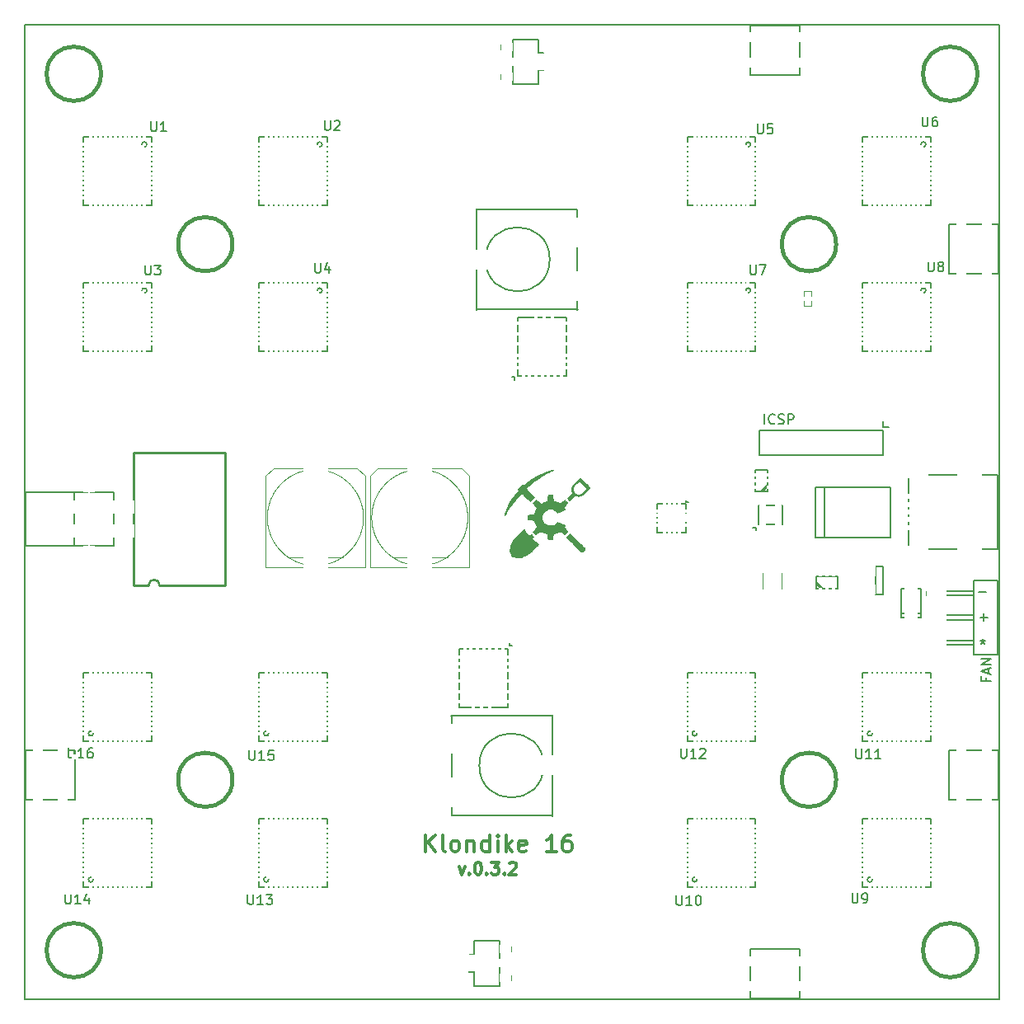
<source format=gto>
G04 (created by PCBNEW (2013-05-16 BZR 4016)-stable) date 5. 1. 2014 18:12:54*
%MOIN*%
G04 Gerber Fmt 3.4, Leading zero omitted, Abs format*
%FSLAX34Y34*%
G01*
G70*
G90*
G04 APERTURE LIST*
%ADD10C,0.00590551*%
%ADD11C,0.011811*%
%ADD12C,0.00787402*%
%ADD13C,0.0001*%
%ADD14C,0.015*%
%ADD15C,0.005*%
%ADD16C,0.008*%
%ADD17C,0.0028*%
%ADD18C,0.01*%
%ADD19C,0.000984252*%
%ADD20C,0.006*%
%ADD21C,0.004*%
%ADD22C,0.19685*%
%ADD23R,0.0255906X0.0334646*%
%ADD24R,0.0708X0.0629*%
%ADD25C,0.0354*%
%ADD26R,0.0885X0.0196*%
%ADD27R,0.0984X0.0787*%
%ADD28R,0.0259843X0.011811*%
%ADD29R,0.0157X0.059*%
%ADD30R,0.0393701X0.0393701*%
%ADD31R,0.0787402X0.05*%
%ADD32R,0.0236X0.0157*%
%ADD33C,0.11811*%
%ADD34R,0.125984X0.0393701*%
%ADD35R,0.0393701X0.125984*%
%ADD36R,0.0196X0.0118*%
%ADD37R,0.0118X0.0196*%
%ADD38R,0.212598X0.212598*%
%ADD39R,0.0118X0.0295*%
%ADD40R,0.0295X0.0118*%
%ADD41R,0.0708661X0.0708661*%
%ADD42R,0.0393701X0.0314961*%
%ADD43R,0.0118X0.0275*%
%ADD44R,0.0275X0.0118*%
%ADD45R,0.0177165X0.0980315*%
%ADD46R,0.0838583X0.11378*%
%ADD47R,0.0401575X0.0980315*%
%ADD48R,0.105906X0.0610236*%
%ADD49R,0.023622X0.0169291*%
%ADD50R,0.0169291X0.0275591*%
%ADD51R,0.011811X0.0259843*%
%ADD52O,0.0826X0.0826*%
%ADD53R,0.019685X0.019685*%
%ADD54R,0.0511811X0.0354331*%
%ADD55R,0.0748031X0.0354331*%
%ADD56R,0.106299X0.0669291*%
%ADD57R,0.0255906X0.0393701*%
%ADD58R,0.0216535X0.0393701*%
%ADD59R,0.0551181X0.0393701*%
%ADD60R,0.0314961X0.0314961*%
%ADD61R,0.0551181X0.0511811*%
%ADD62R,0.0748031X0.0787402*%
%ADD63R,0.110236X0.122047*%
%ADD64R,0.0629921X0.0314961*%
%ADD65R,0.0314961X0.0393701*%
%ADD66R,0.0984252X0.15748*%
%ADD67R,0.0314961X0.0354331*%
%ADD68R,0.0354331X0.0314961*%
%ADD69R,0.0354331X0.0275591*%
%ADD70R,0.0275591X0.0354331*%
%ADD71R,0.0275591X0.019685*%
%ADD72R,0.019685X0.0275591*%
%ADD73R,0.023622X0.019685*%
%ADD74R,0.019685X0.023622*%
%ADD75R,0.220472X0.104331*%
%ADD76R,0.275591X0.0551181*%
G04 APERTURE END LIST*
G54D10*
G54D11*
X56320Y-55668D02*
X56437Y-55996D01*
X56554Y-55668D01*
X56742Y-55949D02*
X56765Y-55973D01*
X56742Y-55996D01*
X56718Y-55973D01*
X56742Y-55949D01*
X56742Y-55996D01*
X57070Y-55504D02*
X57117Y-55504D01*
X57163Y-55527D01*
X57187Y-55551D01*
X57210Y-55598D01*
X57234Y-55691D01*
X57234Y-55808D01*
X57210Y-55902D01*
X57187Y-55949D01*
X57163Y-55973D01*
X57117Y-55996D01*
X57070Y-55996D01*
X57023Y-55973D01*
X56999Y-55949D01*
X56976Y-55902D01*
X56953Y-55808D01*
X56953Y-55691D01*
X56976Y-55598D01*
X56999Y-55551D01*
X57023Y-55527D01*
X57070Y-55504D01*
X57445Y-55949D02*
X57468Y-55973D01*
X57445Y-55996D01*
X57421Y-55973D01*
X57445Y-55949D01*
X57445Y-55996D01*
X57632Y-55504D02*
X57937Y-55504D01*
X57773Y-55691D01*
X57843Y-55691D01*
X57890Y-55715D01*
X57913Y-55738D01*
X57937Y-55785D01*
X57937Y-55902D01*
X57913Y-55949D01*
X57890Y-55973D01*
X57843Y-55996D01*
X57702Y-55996D01*
X57656Y-55973D01*
X57632Y-55949D01*
X58148Y-55949D02*
X58171Y-55973D01*
X58148Y-55996D01*
X58124Y-55973D01*
X58148Y-55949D01*
X58148Y-55996D01*
X58359Y-55551D02*
X58382Y-55527D01*
X58429Y-55504D01*
X58546Y-55504D01*
X58593Y-55527D01*
X58616Y-55551D01*
X58640Y-55598D01*
X58640Y-55644D01*
X58616Y-55715D01*
X58335Y-55996D01*
X58640Y-55996D01*
G54D12*
X68336Y-41958D02*
X68336Y-42076D01*
X68198Y-41958D02*
X68336Y-41958D01*
X73464Y-37903D02*
X73464Y-37687D01*
X73474Y-37903D02*
X73710Y-37903D01*
X58375Y-46742D02*
X58454Y-46742D01*
X58356Y-46643D02*
X58356Y-46742D01*
X58572Y-35875D02*
X58572Y-36003D01*
X58454Y-35875D02*
X58572Y-35875D01*
X77620Y-48045D02*
X77620Y-48176D01*
X77826Y-48176D02*
X77432Y-48176D01*
X77432Y-47988D01*
X77714Y-47857D02*
X77714Y-47670D01*
X77826Y-47895D02*
X77432Y-47763D01*
X77826Y-47632D01*
X77826Y-47501D02*
X77432Y-47501D01*
X77826Y-47276D01*
X77432Y-47276D01*
X77500Y-46488D02*
X77500Y-46581D01*
X77406Y-46544D02*
X77500Y-46581D01*
X77593Y-46544D01*
X77443Y-46656D02*
X77500Y-46581D01*
X77556Y-46656D01*
X77330Y-44586D02*
X77630Y-44586D01*
X77389Y-45590D02*
X77689Y-45590D01*
X77539Y-45740D02*
X77539Y-45440D01*
X68670Y-37777D02*
X68670Y-37383D01*
X69083Y-37739D02*
X69064Y-37758D01*
X69008Y-37777D01*
X68970Y-37777D01*
X68914Y-37758D01*
X68877Y-37721D01*
X68858Y-37683D01*
X68839Y-37608D01*
X68839Y-37552D01*
X68858Y-37477D01*
X68877Y-37440D01*
X68914Y-37402D01*
X68970Y-37383D01*
X69008Y-37383D01*
X69064Y-37402D01*
X69083Y-37421D01*
X69233Y-37758D02*
X69289Y-37777D01*
X69383Y-37777D01*
X69420Y-37758D01*
X69439Y-37739D01*
X69458Y-37702D01*
X69458Y-37664D01*
X69439Y-37627D01*
X69420Y-37608D01*
X69383Y-37589D01*
X69308Y-37571D01*
X69270Y-37552D01*
X69251Y-37533D01*
X69233Y-37496D01*
X69233Y-37458D01*
X69251Y-37421D01*
X69270Y-37402D01*
X69308Y-37383D01*
X69401Y-37383D01*
X69458Y-37402D01*
X69626Y-37777D02*
X69626Y-37383D01*
X69776Y-37383D01*
X69814Y-37402D01*
X69833Y-37421D01*
X69851Y-37458D01*
X69851Y-37514D01*
X69833Y-37552D01*
X69814Y-37571D01*
X69776Y-37589D01*
X69626Y-37589D01*
X65511Y-40925D02*
X65590Y-40925D01*
X65511Y-40856D02*
X65511Y-40925D01*
X40526Y-50887D02*
X40526Y-51206D01*
X40545Y-51243D01*
X40563Y-51262D01*
X40601Y-51281D01*
X40676Y-51281D01*
X40713Y-51262D01*
X40732Y-51243D01*
X40751Y-51206D01*
X40751Y-50887D01*
X41145Y-51281D02*
X40920Y-51281D01*
X41032Y-51281D02*
X41032Y-50887D01*
X40995Y-50943D01*
X40957Y-50981D01*
X40920Y-51000D01*
X41482Y-50887D02*
X41407Y-50887D01*
X41369Y-50906D01*
X41351Y-50925D01*
X41313Y-50981D01*
X41294Y-51056D01*
X41294Y-51206D01*
X41313Y-51243D01*
X41332Y-51262D01*
X41369Y-51281D01*
X41444Y-51281D01*
X41482Y-51262D01*
X41501Y-51243D01*
X41519Y-51206D01*
X41519Y-51112D01*
X41501Y-51075D01*
X41482Y-51056D01*
X41444Y-51037D01*
X41369Y-51037D01*
X41332Y-51056D01*
X41313Y-51075D01*
X41294Y-51112D01*
X47839Y-50976D02*
X47839Y-51294D01*
X47858Y-51332D01*
X47876Y-51351D01*
X47914Y-51369D01*
X47989Y-51369D01*
X48026Y-51351D01*
X48045Y-51332D01*
X48064Y-51294D01*
X48064Y-50976D01*
X48458Y-51369D02*
X48233Y-51369D01*
X48345Y-51369D02*
X48345Y-50976D01*
X48308Y-51032D01*
X48270Y-51070D01*
X48233Y-51088D01*
X48814Y-50976D02*
X48626Y-50976D01*
X48607Y-51163D01*
X48626Y-51145D01*
X48664Y-51126D01*
X48757Y-51126D01*
X48795Y-51145D01*
X48814Y-51163D01*
X48832Y-51201D01*
X48832Y-51294D01*
X48814Y-51332D01*
X48795Y-51351D01*
X48757Y-51369D01*
X48664Y-51369D01*
X48626Y-51351D01*
X48607Y-51332D01*
X40398Y-56793D02*
X40398Y-57111D01*
X40417Y-57149D01*
X40435Y-57168D01*
X40473Y-57186D01*
X40548Y-57186D01*
X40585Y-57168D01*
X40604Y-57149D01*
X40623Y-57111D01*
X40623Y-56793D01*
X41017Y-57186D02*
X40792Y-57186D01*
X40904Y-57186D02*
X40904Y-56793D01*
X40867Y-56849D01*
X40829Y-56886D01*
X40792Y-56905D01*
X41354Y-56924D02*
X41354Y-57186D01*
X41260Y-56774D02*
X41167Y-57055D01*
X41410Y-57055D01*
X47780Y-56812D02*
X47780Y-57131D01*
X47799Y-57169D01*
X47817Y-57187D01*
X47855Y-57206D01*
X47930Y-57206D01*
X47967Y-57187D01*
X47986Y-57169D01*
X48005Y-57131D01*
X48005Y-56812D01*
X48398Y-57206D02*
X48173Y-57206D01*
X48286Y-57206D02*
X48286Y-56812D01*
X48248Y-56869D01*
X48211Y-56906D01*
X48173Y-56925D01*
X48530Y-56812D02*
X48773Y-56812D01*
X48642Y-56962D01*
X48698Y-56962D01*
X48736Y-56981D01*
X48755Y-57000D01*
X48773Y-57037D01*
X48773Y-57131D01*
X48755Y-57169D01*
X48736Y-57187D01*
X48698Y-57206D01*
X48586Y-57206D01*
X48548Y-57187D01*
X48530Y-57169D01*
X65290Y-50897D02*
X65290Y-51216D01*
X65308Y-51253D01*
X65327Y-51272D01*
X65365Y-51291D01*
X65440Y-51291D01*
X65477Y-51272D01*
X65496Y-51253D01*
X65515Y-51216D01*
X65515Y-50897D01*
X65908Y-51291D02*
X65683Y-51291D01*
X65796Y-51291D02*
X65796Y-50897D01*
X65758Y-50953D01*
X65721Y-50991D01*
X65683Y-51010D01*
X66058Y-50935D02*
X66077Y-50916D01*
X66115Y-50897D01*
X66208Y-50897D01*
X66246Y-50916D01*
X66264Y-50935D01*
X66283Y-50972D01*
X66283Y-51010D01*
X66264Y-51066D01*
X66040Y-51291D01*
X66283Y-51291D01*
X72376Y-50917D02*
X72376Y-51235D01*
X72395Y-51273D01*
X72414Y-51292D01*
X72451Y-51310D01*
X72526Y-51310D01*
X72564Y-51292D01*
X72582Y-51273D01*
X72601Y-51235D01*
X72601Y-50917D01*
X72995Y-51310D02*
X72770Y-51310D01*
X72882Y-51310D02*
X72882Y-50917D01*
X72845Y-50973D01*
X72807Y-51010D01*
X72770Y-51029D01*
X73370Y-51310D02*
X73145Y-51310D01*
X73257Y-51310D02*
X73257Y-50917D01*
X73220Y-50973D01*
X73182Y-51010D01*
X73145Y-51029D01*
X65112Y-56842D02*
X65112Y-57161D01*
X65131Y-57198D01*
X65150Y-57217D01*
X65187Y-57236D01*
X65262Y-57236D01*
X65300Y-57217D01*
X65319Y-57198D01*
X65337Y-57161D01*
X65337Y-56842D01*
X65731Y-57236D02*
X65506Y-57236D01*
X65619Y-57236D02*
X65619Y-56842D01*
X65581Y-56898D01*
X65544Y-56936D01*
X65506Y-56954D01*
X65975Y-56842D02*
X66012Y-56842D01*
X66050Y-56861D01*
X66069Y-56879D01*
X66087Y-56917D01*
X66106Y-56992D01*
X66106Y-57086D01*
X66087Y-57161D01*
X66069Y-57198D01*
X66050Y-57217D01*
X66012Y-57236D01*
X65975Y-57236D01*
X65937Y-57217D01*
X65919Y-57198D01*
X65900Y-57161D01*
X65881Y-57086D01*
X65881Y-56992D01*
X65900Y-56917D01*
X65919Y-56879D01*
X65937Y-56861D01*
X65975Y-56842D01*
X72219Y-56753D02*
X72219Y-57072D01*
X72238Y-57110D01*
X72257Y-57128D01*
X72294Y-57147D01*
X72369Y-57147D01*
X72407Y-57128D01*
X72425Y-57110D01*
X72444Y-57072D01*
X72444Y-56753D01*
X72650Y-57147D02*
X72725Y-57147D01*
X72763Y-57128D01*
X72782Y-57110D01*
X72819Y-57053D01*
X72838Y-56978D01*
X72838Y-56828D01*
X72819Y-56791D01*
X72800Y-56772D01*
X72763Y-56753D01*
X72688Y-56753D01*
X72650Y-56772D01*
X72632Y-56791D01*
X72613Y-56828D01*
X72613Y-56922D01*
X72632Y-56960D01*
X72650Y-56978D01*
X72688Y-56997D01*
X72763Y-56997D01*
X72800Y-56978D01*
X72819Y-56960D01*
X72838Y-56922D01*
X75290Y-31222D02*
X75290Y-31541D01*
X75309Y-31578D01*
X75328Y-31597D01*
X75365Y-31616D01*
X75440Y-31616D01*
X75478Y-31597D01*
X75496Y-31578D01*
X75515Y-31541D01*
X75515Y-31222D01*
X75759Y-31391D02*
X75721Y-31372D01*
X75703Y-31353D01*
X75684Y-31316D01*
X75684Y-31297D01*
X75703Y-31259D01*
X75721Y-31241D01*
X75759Y-31222D01*
X75834Y-31222D01*
X75871Y-31241D01*
X75890Y-31259D01*
X75909Y-31297D01*
X75909Y-31316D01*
X75890Y-31353D01*
X75871Y-31372D01*
X75834Y-31391D01*
X75759Y-31391D01*
X75721Y-31409D01*
X75703Y-31428D01*
X75684Y-31466D01*
X75684Y-31541D01*
X75703Y-31578D01*
X75721Y-31597D01*
X75759Y-31616D01*
X75834Y-31616D01*
X75871Y-31597D01*
X75890Y-31578D01*
X75909Y-31541D01*
X75909Y-31466D01*
X75890Y-31428D01*
X75871Y-31409D01*
X75834Y-31391D01*
X68105Y-31350D02*
X68105Y-31669D01*
X68124Y-31706D01*
X68143Y-31725D01*
X68180Y-31744D01*
X68255Y-31744D01*
X68293Y-31725D01*
X68311Y-31706D01*
X68330Y-31669D01*
X68330Y-31350D01*
X68480Y-31350D02*
X68742Y-31350D01*
X68574Y-31744D01*
X75054Y-25356D02*
X75054Y-25674D01*
X75073Y-25712D01*
X75091Y-25731D01*
X75129Y-25749D01*
X75204Y-25749D01*
X75241Y-25731D01*
X75260Y-25712D01*
X75279Y-25674D01*
X75279Y-25356D01*
X75635Y-25356D02*
X75560Y-25356D01*
X75523Y-25374D01*
X75504Y-25393D01*
X75466Y-25449D01*
X75448Y-25524D01*
X75448Y-25674D01*
X75466Y-25712D01*
X75485Y-25731D01*
X75523Y-25749D01*
X75598Y-25749D01*
X75635Y-25731D01*
X75654Y-25712D01*
X75673Y-25674D01*
X75673Y-25581D01*
X75654Y-25543D01*
X75635Y-25524D01*
X75598Y-25506D01*
X75523Y-25506D01*
X75485Y-25524D01*
X75466Y-25543D01*
X75448Y-25581D01*
X68390Y-25651D02*
X68390Y-25970D01*
X68409Y-26007D01*
X68428Y-26026D01*
X68465Y-26045D01*
X68540Y-26045D01*
X68578Y-26026D01*
X68597Y-26007D01*
X68615Y-25970D01*
X68615Y-25651D01*
X68990Y-25651D02*
X68803Y-25651D01*
X68784Y-25838D01*
X68803Y-25820D01*
X68840Y-25801D01*
X68934Y-25801D01*
X68972Y-25820D01*
X68990Y-25838D01*
X69009Y-25876D01*
X69009Y-25970D01*
X68990Y-26007D01*
X68972Y-26026D01*
X68934Y-26045D01*
X68840Y-26045D01*
X68803Y-26026D01*
X68784Y-26007D01*
X50497Y-31271D02*
X50497Y-31590D01*
X50516Y-31627D01*
X50534Y-31646D01*
X50572Y-31665D01*
X50647Y-31665D01*
X50684Y-31646D01*
X50703Y-31627D01*
X50722Y-31590D01*
X50722Y-31271D01*
X51078Y-31402D02*
X51078Y-31665D01*
X50984Y-31252D02*
X50890Y-31534D01*
X51134Y-31534D01*
X43637Y-31360D02*
X43637Y-31678D01*
X43655Y-31716D01*
X43674Y-31735D01*
X43712Y-31753D01*
X43787Y-31753D01*
X43824Y-31735D01*
X43843Y-31716D01*
X43862Y-31678D01*
X43862Y-31360D01*
X44011Y-31360D02*
X44255Y-31360D01*
X44124Y-31510D01*
X44180Y-31510D01*
X44218Y-31528D01*
X44236Y-31547D01*
X44255Y-31585D01*
X44255Y-31678D01*
X44236Y-31716D01*
X44218Y-31735D01*
X44180Y-31753D01*
X44068Y-31753D01*
X44030Y-31735D01*
X44011Y-31716D01*
X50890Y-25503D02*
X50890Y-25822D01*
X50909Y-25860D01*
X50928Y-25878D01*
X50965Y-25897D01*
X51040Y-25897D01*
X51078Y-25878D01*
X51097Y-25860D01*
X51115Y-25822D01*
X51115Y-25503D01*
X51284Y-25541D02*
X51303Y-25522D01*
X51340Y-25503D01*
X51434Y-25503D01*
X51472Y-25522D01*
X51490Y-25541D01*
X51509Y-25578D01*
X51509Y-25616D01*
X51490Y-25672D01*
X51265Y-25897D01*
X51509Y-25897D01*
X43873Y-25553D02*
X43873Y-25871D01*
X43892Y-25909D01*
X43910Y-25928D01*
X43948Y-25946D01*
X44023Y-25946D01*
X44060Y-25928D01*
X44079Y-25909D01*
X44098Y-25871D01*
X44098Y-25553D01*
X44491Y-25946D02*
X44266Y-25946D01*
X44379Y-25946D02*
X44379Y-25553D01*
X44341Y-25609D01*
X44304Y-25646D01*
X44266Y-25665D01*
G54D11*
X54967Y-55082D02*
X54967Y-54393D01*
X55360Y-55082D02*
X55065Y-54688D01*
X55360Y-54393D02*
X54967Y-54786D01*
X55754Y-55082D02*
X55688Y-55049D01*
X55656Y-54983D01*
X55656Y-54393D01*
X56115Y-55082D02*
X56049Y-55049D01*
X56017Y-55016D01*
X55984Y-54950D01*
X55984Y-54753D01*
X56017Y-54688D01*
X56049Y-54655D01*
X56115Y-54622D01*
X56213Y-54622D01*
X56279Y-54655D01*
X56312Y-54688D01*
X56345Y-54753D01*
X56345Y-54950D01*
X56312Y-55016D01*
X56279Y-55049D01*
X56213Y-55082D01*
X56115Y-55082D01*
X56640Y-54622D02*
X56640Y-55082D01*
X56640Y-54688D02*
X56673Y-54655D01*
X56738Y-54622D01*
X56837Y-54622D01*
X56902Y-54655D01*
X56935Y-54721D01*
X56935Y-55082D01*
X57559Y-55082D02*
X57559Y-54393D01*
X57559Y-55049D02*
X57493Y-55082D01*
X57362Y-55082D01*
X57296Y-55049D01*
X57263Y-55016D01*
X57230Y-54950D01*
X57230Y-54753D01*
X57263Y-54688D01*
X57296Y-54655D01*
X57362Y-54622D01*
X57493Y-54622D01*
X57559Y-54655D01*
X57887Y-55082D02*
X57887Y-54622D01*
X57887Y-54393D02*
X57854Y-54425D01*
X57887Y-54458D01*
X57919Y-54425D01*
X57887Y-54393D01*
X57887Y-54458D01*
X58215Y-55082D02*
X58215Y-54393D01*
X58280Y-54819D02*
X58477Y-55082D01*
X58477Y-54622D02*
X58215Y-54885D01*
X59035Y-55049D02*
X58969Y-55082D01*
X58838Y-55082D01*
X58772Y-55049D01*
X58740Y-54983D01*
X58740Y-54721D01*
X58772Y-54655D01*
X58838Y-54622D01*
X58969Y-54622D01*
X59035Y-54655D01*
X59068Y-54721D01*
X59068Y-54786D01*
X58740Y-54852D01*
X60249Y-55082D02*
X59855Y-55082D01*
X60052Y-55082D02*
X60052Y-54393D01*
X59986Y-54491D01*
X59921Y-54557D01*
X59855Y-54589D01*
X60839Y-54393D02*
X60708Y-54393D01*
X60643Y-54425D01*
X60610Y-54458D01*
X60544Y-54557D01*
X60511Y-54688D01*
X60511Y-54950D01*
X60544Y-55016D01*
X60577Y-55049D01*
X60643Y-55082D01*
X60774Y-55082D01*
X60839Y-55049D01*
X60872Y-55016D01*
X60905Y-54950D01*
X60905Y-54786D01*
X60872Y-54721D01*
X60839Y-54688D01*
X60774Y-54655D01*
X60643Y-54655D01*
X60577Y-54688D01*
X60544Y-54721D01*
X60511Y-54786D01*
G54D10*
X38779Y-61023D02*
X78149Y-61023D01*
X78149Y-61023D02*
X78149Y-21653D01*
X78149Y-21653D02*
X38779Y-21653D01*
X38779Y-21653D02*
X38779Y-61023D01*
G54D13*
G36*
X61233Y-39949D02*
X61241Y-39955D01*
X61258Y-39970D01*
X61283Y-39993D01*
X61314Y-40022D01*
X61350Y-40057D01*
X61389Y-40095D01*
X61397Y-40103D01*
X61189Y-40103D01*
X61088Y-40206D01*
X61045Y-40250D01*
X61013Y-40286D01*
X60989Y-40315D01*
X60973Y-40341D01*
X60963Y-40366D01*
X60958Y-40391D01*
X60956Y-40419D01*
X60955Y-40430D01*
X60962Y-40486D01*
X60983Y-40537D01*
X61016Y-40579D01*
X61062Y-40612D01*
X61075Y-40619D01*
X61114Y-40631D01*
X61160Y-40634D01*
X61206Y-40631D01*
X61246Y-40619D01*
X61260Y-40610D01*
X61282Y-40593D01*
X61309Y-40570D01*
X61340Y-40542D01*
X61372Y-40512D01*
X61404Y-40483D01*
X61432Y-40454D01*
X61455Y-40430D01*
X61472Y-40412D01*
X61478Y-40401D01*
X61478Y-40400D01*
X61473Y-40393D01*
X61458Y-40376D01*
X61436Y-40351D01*
X61406Y-40321D01*
X61371Y-40285D01*
X61334Y-40247D01*
X61189Y-40103D01*
X61397Y-40103D01*
X61430Y-40136D01*
X61471Y-40177D01*
X61510Y-40217D01*
X61547Y-40255D01*
X61580Y-40290D01*
X61607Y-40318D01*
X61627Y-40340D01*
X61638Y-40354D01*
X61640Y-40357D01*
X61635Y-40366D01*
X61620Y-40383D01*
X61597Y-40408D01*
X61567Y-40440D01*
X61532Y-40476D01*
X61493Y-40516D01*
X61488Y-40520D01*
X61442Y-40567D01*
X61404Y-40603D01*
X61374Y-40631D01*
X61350Y-40653D01*
X61330Y-40669D01*
X61312Y-40681D01*
X61295Y-40691D01*
X61282Y-40697D01*
X61254Y-40710D01*
X61231Y-40718D01*
X61208Y-40721D01*
X61178Y-40722D01*
X61159Y-40722D01*
X61118Y-40721D01*
X61088Y-40717D01*
X61063Y-40709D01*
X61055Y-40706D01*
X61021Y-40690D01*
X60911Y-40799D01*
X60801Y-40907D01*
X60742Y-40848D01*
X60682Y-40788D01*
X60791Y-40679D01*
X60828Y-40641D01*
X60856Y-40613D01*
X60875Y-40593D01*
X60887Y-40578D01*
X60893Y-40568D01*
X60894Y-40560D01*
X60892Y-40553D01*
X60890Y-40550D01*
X60871Y-40497D01*
X60865Y-40439D01*
X60870Y-40378D01*
X60889Y-40318D01*
X60897Y-40300D01*
X60907Y-40282D01*
X60918Y-40264D01*
X60932Y-40245D01*
X60951Y-40223D01*
X60976Y-40196D01*
X61008Y-40162D01*
X61049Y-40121D01*
X61073Y-40098D01*
X61112Y-40059D01*
X61149Y-40024D01*
X61180Y-39994D01*
X61206Y-39971D01*
X61224Y-39955D01*
X61232Y-39949D01*
X61233Y-39949D01*
X61233Y-39949D01*
X61233Y-39949D01*
G37*
G36*
X60818Y-42204D02*
X60825Y-42209D01*
X60841Y-42224D01*
X60866Y-42247D01*
X60897Y-42277D01*
X60935Y-42313D01*
X60977Y-42354D01*
X61011Y-42387D01*
X61062Y-42437D01*
X61117Y-42491D01*
X61173Y-42545D01*
X61226Y-42597D01*
X61274Y-42643D01*
X61314Y-42683D01*
X61323Y-42691D01*
X61364Y-42732D01*
X61396Y-42764D01*
X61419Y-42788D01*
X61434Y-42806D01*
X61443Y-42820D01*
X61447Y-42830D01*
X61448Y-42834D01*
X61445Y-42846D01*
X61437Y-42861D01*
X61421Y-42880D01*
X61395Y-42907D01*
X61379Y-42922D01*
X61352Y-42948D01*
X61327Y-42969D01*
X61308Y-42984D01*
X61297Y-42989D01*
X61296Y-42989D01*
X61286Y-42984D01*
X61267Y-42968D01*
X61239Y-42943D01*
X61205Y-42911D01*
X61166Y-42872D01*
X61132Y-42837D01*
X61089Y-42794D01*
X61041Y-42744D01*
X60988Y-42691D01*
X60935Y-42636D01*
X60882Y-42582D01*
X60856Y-42556D01*
X60660Y-42357D01*
X60736Y-42281D01*
X60764Y-42253D01*
X60788Y-42230D01*
X60806Y-42213D01*
X60817Y-42205D01*
X60818Y-42204D01*
X60818Y-42204D01*
X60818Y-42204D01*
G37*
G36*
X60115Y-40642D02*
X60132Y-40736D01*
X60141Y-40787D01*
X60148Y-40824D01*
X60154Y-40851D01*
X60160Y-40869D01*
X60168Y-40881D01*
X60178Y-40888D01*
X60191Y-40892D01*
X60209Y-40897D01*
X60214Y-40898D01*
X60245Y-40908D01*
X60283Y-40922D01*
X60322Y-40939D01*
X60340Y-40947D01*
X60414Y-40982D01*
X60511Y-40916D01*
X60545Y-40893D01*
X60574Y-40874D01*
X60597Y-40859D01*
X60611Y-40851D01*
X60614Y-40850D01*
X60622Y-40855D01*
X60638Y-40869D01*
X60660Y-40890D01*
X60681Y-40911D01*
X60742Y-40971D01*
X60672Y-41073D01*
X60602Y-41174D01*
X60625Y-41210D01*
X60636Y-41230D01*
X60642Y-41245D01*
X60642Y-41250D01*
X60633Y-41255D01*
X60613Y-41264D01*
X60582Y-41277D01*
X60543Y-41294D01*
X60498Y-41312D01*
X60473Y-41323D01*
X60310Y-41391D01*
X60266Y-41343D01*
X60212Y-41296D01*
X60153Y-41262D01*
X60089Y-41241D01*
X60023Y-41235D01*
X59957Y-41243D01*
X59892Y-41264D01*
X59847Y-41289D01*
X59795Y-41331D01*
X59754Y-41383D01*
X59724Y-41441D01*
X59707Y-41503D01*
X59702Y-41568D01*
X59709Y-41633D01*
X59730Y-41696D01*
X59765Y-41755D01*
X59765Y-41756D01*
X59810Y-41804D01*
X59863Y-41842D01*
X59923Y-41869D01*
X59987Y-41884D01*
X60052Y-41886D01*
X60099Y-41878D01*
X60149Y-41863D01*
X60190Y-41842D01*
X60229Y-41814D01*
X60261Y-41784D01*
X60282Y-41762D01*
X60300Y-41745D01*
X60311Y-41736D01*
X60312Y-41735D01*
X60321Y-41738D01*
X60341Y-41746D01*
X60371Y-41757D01*
X60407Y-41772D01*
X60447Y-41789D01*
X60490Y-41806D01*
X60531Y-41824D01*
X60569Y-41840D01*
X60602Y-41854D01*
X60626Y-41864D01*
X60639Y-41870D01*
X60641Y-41872D01*
X60640Y-41881D01*
X60633Y-41898D01*
X60625Y-41913D01*
X60602Y-41949D01*
X60671Y-42048D01*
X60739Y-42148D01*
X60675Y-42211D01*
X60611Y-42275D01*
X60514Y-42209D01*
X60480Y-42186D01*
X60450Y-42166D01*
X60427Y-42152D01*
X60413Y-42144D01*
X60410Y-42143D01*
X60399Y-42146D01*
X60379Y-42156D01*
X60360Y-42166D01*
X60335Y-42178D01*
X60301Y-42192D01*
X60263Y-42207D01*
X60239Y-42215D01*
X60204Y-42226D01*
X60181Y-42235D01*
X60167Y-42243D01*
X60159Y-42250D01*
X60156Y-42260D01*
X60154Y-42267D01*
X60151Y-42285D01*
X60145Y-42313D01*
X60139Y-42349D01*
X60132Y-42387D01*
X60115Y-42481D01*
X60025Y-42481D01*
X59934Y-42481D01*
X59912Y-42362D01*
X59905Y-42321D01*
X59898Y-42285D01*
X59892Y-42258D01*
X59887Y-42241D01*
X59886Y-42237D01*
X59877Y-42232D01*
X59857Y-42224D01*
X59830Y-42214D01*
X59816Y-42210D01*
X59778Y-42196D01*
X59738Y-42179D01*
X59705Y-42162D01*
X59701Y-42160D01*
X59651Y-42130D01*
X59544Y-42203D01*
X59438Y-42276D01*
X59374Y-42212D01*
X59310Y-42148D01*
X59383Y-42041D01*
X59456Y-41934D01*
X59430Y-41883D01*
X59398Y-41815D01*
X59375Y-41750D01*
X59370Y-41730D01*
X59362Y-41699D01*
X59268Y-41682D01*
X59228Y-41674D01*
X59189Y-41667D01*
X59157Y-41661D01*
X59137Y-41656D01*
X59100Y-41649D01*
X59102Y-41560D01*
X59105Y-41470D01*
X59231Y-41447D01*
X59357Y-41423D01*
X59381Y-41354D01*
X59395Y-41316D01*
X59412Y-41277D01*
X59427Y-41244D01*
X59431Y-41237D01*
X59445Y-41208D01*
X59451Y-41188D01*
X59450Y-41179D01*
X59444Y-41170D01*
X59430Y-41150D01*
X59412Y-41122D01*
X59389Y-41089D01*
X59377Y-41072D01*
X59310Y-40975D01*
X59374Y-40911D01*
X59439Y-40847D01*
X59543Y-40918D01*
X59648Y-40990D01*
X59715Y-40955D01*
X59750Y-40938D01*
X59787Y-40922D01*
X59819Y-40910D01*
X59828Y-40907D01*
X59854Y-40899D01*
X59874Y-40890D01*
X59883Y-40885D01*
X59887Y-40875D01*
X59893Y-40852D01*
X59901Y-40821D01*
X59909Y-40782D01*
X59913Y-40759D01*
X59934Y-40642D01*
X60025Y-40642D01*
X60115Y-40642D01*
X60115Y-40642D01*
X60115Y-40642D01*
G37*
G36*
X60181Y-39636D02*
X60194Y-39639D01*
X60195Y-39640D01*
X60193Y-39641D01*
X60181Y-39645D01*
X60158Y-39655D01*
X60126Y-39670D01*
X60087Y-39689D01*
X60043Y-39710D01*
X59996Y-39733D01*
X59949Y-39757D01*
X59905Y-39780D01*
X59865Y-39802D01*
X59831Y-39820D01*
X59819Y-39827D01*
X59685Y-39909D01*
X59548Y-40001D01*
X59410Y-40101D01*
X59277Y-40205D01*
X59151Y-40311D01*
X59109Y-40349D01*
X59059Y-40394D01*
X59082Y-40421D01*
X59093Y-40433D01*
X59113Y-40456D01*
X59141Y-40485D01*
X59174Y-40521D01*
X59210Y-40561D01*
X59250Y-40604D01*
X59395Y-40759D01*
X59308Y-40847D01*
X59220Y-40934D01*
X59197Y-40913D01*
X59183Y-40900D01*
X59161Y-40880D01*
X59132Y-40854D01*
X59100Y-40824D01*
X59078Y-40804D01*
X59039Y-40769D01*
X58999Y-40732D01*
X58961Y-40696D01*
X58929Y-40665D01*
X58919Y-40655D01*
X58857Y-40595D01*
X58771Y-40692D01*
X58627Y-40863D01*
X58497Y-41034D01*
X58380Y-41206D01*
X58273Y-41382D01*
X58256Y-41412D01*
X58237Y-41446D01*
X58222Y-41469D01*
X58210Y-41484D01*
X58198Y-41494D01*
X58184Y-41501D01*
X58175Y-41505D01*
X58155Y-41512D01*
X58141Y-41514D01*
X58139Y-41512D01*
X58141Y-41496D01*
X58147Y-41469D01*
X58155Y-41436D01*
X58165Y-41401D01*
X58176Y-41367D01*
X58182Y-41348D01*
X58253Y-41172D01*
X58339Y-41000D01*
X58439Y-40833D01*
X58552Y-40672D01*
X58668Y-40528D01*
X58717Y-40472D01*
X58700Y-40453D01*
X58683Y-40435D01*
X58699Y-40414D01*
X58713Y-40396D01*
X58735Y-40373D01*
X58761Y-40346D01*
X58790Y-40318D01*
X58819Y-40290D01*
X58846Y-40266D01*
X58868Y-40248D01*
X58884Y-40236D01*
X58889Y-40234D01*
X58906Y-40239D01*
X58917Y-40246D01*
X58923Y-40251D01*
X58931Y-40251D01*
X58942Y-40246D01*
X58959Y-40233D01*
X58984Y-40212D01*
X58994Y-40203D01*
X59129Y-40095D01*
X59269Y-39995D01*
X59415Y-39905D01*
X59564Y-39826D01*
X59714Y-39759D01*
X59864Y-39705D01*
X60012Y-39663D01*
X60059Y-39653D01*
X60098Y-39646D01*
X60134Y-39640D01*
X60163Y-39637D01*
X60180Y-39636D01*
X60181Y-39636D01*
X60181Y-39636D01*
X60181Y-39636D01*
G37*
G36*
X58947Y-42030D02*
X58957Y-42031D01*
X58969Y-42038D01*
X58984Y-42054D01*
X59003Y-42081D01*
X59018Y-42104D01*
X59042Y-42138D01*
X59069Y-42174D01*
X59097Y-42210D01*
X59123Y-42243D01*
X59145Y-42268D01*
X59160Y-42283D01*
X59168Y-42289D01*
X59176Y-42290D01*
X59187Y-42283D01*
X59203Y-42267D01*
X59212Y-42258D01*
X59250Y-42220D01*
X59310Y-42279D01*
X59370Y-42338D01*
X59331Y-42378D01*
X59292Y-42417D01*
X59335Y-42457D01*
X59361Y-42479D01*
X59394Y-42506D01*
X59429Y-42533D01*
X59441Y-42543D01*
X59482Y-42572D01*
X59511Y-42594D01*
X59531Y-42611D01*
X59544Y-42622D01*
X59551Y-42631D01*
X59554Y-42639D01*
X59555Y-42645D01*
X59550Y-42655D01*
X59537Y-42672D01*
X59514Y-42698D01*
X59481Y-42733D01*
X59438Y-42778D01*
X59384Y-42832D01*
X59380Y-42836D01*
X59334Y-42880D01*
X59290Y-42923D01*
X59249Y-42962D01*
X59212Y-42996D01*
X59182Y-43023D01*
X59160Y-43042D01*
X59155Y-43046D01*
X59061Y-43108D01*
X58968Y-43155D01*
X58872Y-43190D01*
X58772Y-43211D01*
X58738Y-43216D01*
X58680Y-43217D01*
X58618Y-43207D01*
X58557Y-43188D01*
X58503Y-43162D01*
X58467Y-43136D01*
X58441Y-43105D01*
X58416Y-43064D01*
X58395Y-43015D01*
X58381Y-42964D01*
X58376Y-42941D01*
X58373Y-42872D01*
X58381Y-42796D01*
X58400Y-42714D01*
X58430Y-42629D01*
X58442Y-42601D01*
X58462Y-42560D01*
X58485Y-42519D01*
X58513Y-42478D01*
X58547Y-42433D01*
X58588Y-42384D01*
X58638Y-42329D01*
X58697Y-42267D01*
X58740Y-42223D01*
X58784Y-42179D01*
X58824Y-42139D01*
X58861Y-42103D01*
X58891Y-42074D01*
X58915Y-42052D01*
X58930Y-42038D01*
X58935Y-42035D01*
X58947Y-42030D01*
X58947Y-42030D01*
X58947Y-42030D01*
G37*
G54D14*
X47159Y-30511D02*
G75*
G03X47159Y-30511I-1096J0D01*
G74*
G01*
G54D10*
X68425Y-41850D02*
X69409Y-41850D01*
X69409Y-41850D02*
X69409Y-41062D01*
X69409Y-41062D02*
X68425Y-41062D01*
X68425Y-41062D02*
X68425Y-41850D01*
G54D15*
X74488Y-42853D02*
X78109Y-42853D01*
X78109Y-42853D02*
X78109Y-39823D01*
X78109Y-39823D02*
X74488Y-39823D01*
X74488Y-39823D02*
X74488Y-42853D01*
X68798Y-40253D02*
X68538Y-40513D01*
X68798Y-40313D02*
X68603Y-40513D01*
X68288Y-39823D02*
X68181Y-39823D01*
X68288Y-40333D02*
X68181Y-40333D01*
X68798Y-40078D02*
X68905Y-40078D01*
X68798Y-39823D02*
X68905Y-39823D01*
X68798Y-40333D02*
X68905Y-40333D01*
X68288Y-40078D02*
X68181Y-40078D01*
X68288Y-40513D02*
X68288Y-39643D01*
X68288Y-39643D02*
X68798Y-39643D01*
X68798Y-39643D02*
X68798Y-40513D01*
X68798Y-40513D02*
X68288Y-40513D01*
G54D16*
X70767Y-42381D02*
X73759Y-42381D01*
X73759Y-42381D02*
X73759Y-40335D01*
X73759Y-40335D02*
X70767Y-40335D01*
G54D15*
X70728Y-42381D02*
X71112Y-42381D01*
X71112Y-42381D02*
X71112Y-40335D01*
X71112Y-40335D02*
X70728Y-40335D01*
X70728Y-40335D02*
X70728Y-42381D01*
X73476Y-38043D02*
X73476Y-39043D01*
X73476Y-39043D02*
X68472Y-39043D01*
X68472Y-39033D02*
X68472Y-38033D01*
X68472Y-38043D02*
X73476Y-38043D01*
G54D10*
X75265Y-46525D02*
X77135Y-46525D01*
X77135Y-46525D02*
X77125Y-46712D01*
X77125Y-46712D02*
X75255Y-46712D01*
X75255Y-46712D02*
X75255Y-46535D01*
X75255Y-45521D02*
X77135Y-45521D01*
X77125Y-45521D02*
X77125Y-45708D01*
X77125Y-45708D02*
X75255Y-45708D01*
X75255Y-45708D02*
X75255Y-45521D01*
X75236Y-44704D02*
X75236Y-44527D01*
X75236Y-44527D02*
X75246Y-44537D01*
X75236Y-44527D02*
X77135Y-44527D01*
X77135Y-44527D02*
X77135Y-44694D01*
X77135Y-44694D02*
X75236Y-44694D01*
X77125Y-44114D02*
X77125Y-47106D01*
X77125Y-47106D02*
X78110Y-47106D01*
X78110Y-47106D02*
X78110Y-44114D01*
X78110Y-44114D02*
X77125Y-44114D01*
G54D17*
X70553Y-32616D02*
X70553Y-32416D01*
X70553Y-32416D02*
X70253Y-32416D01*
X70253Y-32416D02*
X70253Y-32616D01*
X70553Y-32816D02*
X70553Y-33016D01*
X70553Y-33016D02*
X70253Y-33016D01*
X70253Y-33016D02*
X70253Y-32816D01*
G54D10*
X68094Y-23657D02*
X68094Y-21657D01*
X68094Y-21657D02*
X70094Y-21657D01*
X70094Y-21657D02*
X70094Y-23657D01*
X70094Y-23657D02*
X68094Y-23657D01*
X76145Y-29708D02*
X78145Y-29708D01*
X78145Y-29708D02*
X78145Y-31708D01*
X78145Y-31708D02*
X76145Y-31708D01*
X76145Y-31708D02*
X76145Y-29708D01*
X76145Y-50968D02*
X78145Y-50968D01*
X78145Y-50968D02*
X78145Y-52968D01*
X78145Y-52968D02*
X76145Y-52968D01*
X76145Y-52968D02*
X76145Y-50968D01*
X70094Y-59019D02*
X70094Y-61019D01*
X70094Y-61019D02*
X68094Y-61019D01*
X68094Y-61019D02*
X68094Y-59019D01*
X68094Y-59019D02*
X70094Y-59019D01*
G54D15*
X41142Y-28936D02*
X43896Y-28936D01*
X43896Y-28936D02*
X43896Y-26182D01*
X43896Y-26182D02*
X41142Y-26182D01*
X41142Y-26182D02*
X41142Y-28936D01*
X43699Y-26477D02*
G75*
G03X43699Y-26477I-98J0D01*
G74*
G01*
X41142Y-34841D02*
X43896Y-34841D01*
X43896Y-34841D02*
X43896Y-32087D01*
X43896Y-32087D02*
X41142Y-32087D01*
X41142Y-32087D02*
X41142Y-34841D01*
X43699Y-32382D02*
G75*
G03X43699Y-32382I-98J0D01*
G74*
G01*
X48229Y-34841D02*
X50983Y-34841D01*
X50983Y-34841D02*
X50983Y-32087D01*
X50983Y-32087D02*
X48229Y-32087D01*
X48229Y-32087D02*
X48229Y-34841D01*
X50786Y-32382D02*
G75*
G03X50786Y-32382I-98J0D01*
G74*
G01*
X48229Y-28936D02*
X50983Y-28936D01*
X50983Y-28936D02*
X50983Y-26182D01*
X50983Y-26182D02*
X48229Y-26182D01*
X48229Y-26182D02*
X48229Y-28936D01*
X50786Y-26477D02*
G75*
G03X50786Y-26477I-98J0D01*
G74*
G01*
X43896Y-47835D02*
X41142Y-47835D01*
X41142Y-47835D02*
X41142Y-50589D01*
X41142Y-50589D02*
X43896Y-50589D01*
X43896Y-50589D02*
X43896Y-47835D01*
X41535Y-50294D02*
G75*
G03X41535Y-50294I-98J0D01*
G74*
G01*
X43896Y-53741D02*
X41142Y-53741D01*
X41142Y-53741D02*
X41142Y-56495D01*
X41142Y-56495D02*
X43896Y-56495D01*
X43896Y-56495D02*
X43896Y-53741D01*
X41535Y-56200D02*
G75*
G03X41535Y-56200I-98J0D01*
G74*
G01*
X50983Y-53741D02*
X48229Y-53741D01*
X48229Y-53741D02*
X48229Y-56495D01*
X48229Y-56495D02*
X50983Y-56495D01*
X50983Y-56495D02*
X50983Y-53741D01*
X48622Y-56200D02*
G75*
G03X48622Y-56200I-98J0D01*
G74*
G01*
X50983Y-47835D02*
X48229Y-47835D01*
X48229Y-47835D02*
X48229Y-50589D01*
X48229Y-50589D02*
X50983Y-50589D01*
X50983Y-50589D02*
X50983Y-47835D01*
X48622Y-50294D02*
G75*
G03X48622Y-50294I-98J0D01*
G74*
G01*
X68306Y-47835D02*
X65552Y-47835D01*
X65552Y-47835D02*
X65552Y-50589D01*
X65552Y-50589D02*
X68306Y-50589D01*
X68306Y-50589D02*
X68306Y-47835D01*
X65945Y-50294D02*
G75*
G03X65945Y-50294I-98J0D01*
G74*
G01*
X68306Y-53741D02*
X65552Y-53741D01*
X65552Y-53741D02*
X65552Y-56495D01*
X65552Y-56495D02*
X68306Y-56495D01*
X68306Y-56495D02*
X68306Y-53741D01*
X65945Y-56200D02*
G75*
G03X65945Y-56200I-98J0D01*
G74*
G01*
X75392Y-53741D02*
X72638Y-53741D01*
X72638Y-53741D02*
X72638Y-56495D01*
X72638Y-56495D02*
X75392Y-56495D01*
X75392Y-56495D02*
X75392Y-53741D01*
X73031Y-56200D02*
G75*
G03X73031Y-56200I-98J0D01*
G74*
G01*
X75392Y-47835D02*
X72638Y-47835D01*
X72638Y-47835D02*
X72638Y-50589D01*
X72638Y-50589D02*
X75392Y-50589D01*
X75392Y-50589D02*
X75392Y-47835D01*
X73031Y-50294D02*
G75*
G03X73031Y-50294I-98J0D01*
G74*
G01*
X72638Y-34841D02*
X75392Y-34841D01*
X75392Y-34841D02*
X75392Y-32087D01*
X75392Y-32087D02*
X72638Y-32087D01*
X72638Y-32087D02*
X72638Y-34841D01*
X75195Y-32382D02*
G75*
G03X75195Y-32382I-98J0D01*
G74*
G01*
X72638Y-28936D02*
X75392Y-28936D01*
X75392Y-28936D02*
X75392Y-26182D01*
X75392Y-26182D02*
X72638Y-26182D01*
X72638Y-26182D02*
X72638Y-28936D01*
X75195Y-26477D02*
G75*
G03X75195Y-26477I-98J0D01*
G74*
G01*
X65552Y-28936D02*
X68306Y-28936D01*
X68306Y-28936D02*
X68306Y-26182D01*
X68306Y-26182D02*
X65552Y-26182D01*
X65552Y-26182D02*
X65552Y-28936D01*
X68109Y-26477D02*
G75*
G03X68109Y-26477I-98J0D01*
G74*
G01*
X65552Y-34841D02*
X68306Y-34841D01*
X68306Y-34841D02*
X68306Y-32087D01*
X68306Y-32087D02*
X65552Y-32087D01*
X65552Y-32087D02*
X65552Y-34841D01*
X68109Y-32382D02*
G75*
G03X68109Y-32382I-98J0D01*
G74*
G01*
X65509Y-40995D02*
X64329Y-40995D01*
X64329Y-40995D02*
X64329Y-42175D01*
X64329Y-42175D02*
X65509Y-42175D01*
X65509Y-42175D02*
X65509Y-40995D01*
X58701Y-33474D02*
X58701Y-35836D01*
X58701Y-35836D02*
X60669Y-35836D01*
X60669Y-35836D02*
X60669Y-33474D01*
X60669Y-33474D02*
X58701Y-33474D01*
X58306Y-49245D02*
X58306Y-46883D01*
X58306Y-46883D02*
X56338Y-46883D01*
X56338Y-46883D02*
X56338Y-49245D01*
X56338Y-49245D02*
X58306Y-49245D01*
G54D10*
X40783Y-52968D02*
X38783Y-52968D01*
X38783Y-52968D02*
X38783Y-50968D01*
X38783Y-50968D02*
X40783Y-50968D01*
X40783Y-50968D02*
X40783Y-52968D01*
G54D14*
X41844Y-23622D02*
G75*
G03X41844Y-23622I-1096J0D01*
G74*
G01*
X41844Y-59055D02*
G75*
G03X41844Y-59055I-1096J0D01*
G74*
G01*
X47159Y-52165D02*
G75*
G03X47159Y-52165I-1096J0D01*
G74*
G01*
X71569Y-52165D02*
G75*
G03X71569Y-52165I-1096J0D01*
G74*
G01*
X77277Y-59055D02*
G75*
G03X77277Y-59055I-1096J0D01*
G74*
G01*
X77277Y-23622D02*
G75*
G03X77277Y-23622I-1096J0D01*
G74*
G01*
X71569Y-30511D02*
G75*
G03X71569Y-30511I-1096J0D01*
G74*
G01*
G54D15*
X71025Y-44438D02*
X70765Y-44178D01*
X70965Y-44438D02*
X70765Y-44243D01*
X71455Y-43928D02*
X71455Y-43820D01*
X70945Y-43928D02*
X70945Y-43820D01*
X71200Y-44438D02*
X71200Y-44545D01*
X71455Y-44438D02*
X71455Y-44545D01*
X70945Y-44438D02*
X70945Y-44545D01*
X71200Y-43928D02*
X71200Y-43820D01*
X70765Y-43928D02*
X71635Y-43928D01*
X71635Y-43928D02*
X71635Y-44438D01*
X71635Y-44438D02*
X70765Y-44438D01*
X70765Y-44438D02*
X70765Y-43928D01*
G54D18*
X46849Y-38937D02*
X46849Y-44291D01*
X46849Y-44291D02*
X44212Y-44291D01*
X43779Y-44291D02*
X43149Y-44291D01*
X43149Y-44291D02*
X43149Y-38937D01*
X43149Y-38937D02*
X46849Y-38937D01*
X43780Y-44291D02*
G75*
G02X44212Y-44291I216J0D01*
G74*
G01*
G54D15*
X58026Y-23623D02*
X58026Y-23823D01*
X58026Y-23823D02*
X58496Y-23823D01*
X58026Y-23623D02*
X58496Y-23623D01*
X58026Y-23033D02*
X58496Y-23033D01*
X58026Y-23233D02*
X58496Y-23233D01*
X58026Y-23033D02*
X58026Y-23233D01*
X58026Y-22443D02*
X58026Y-22643D01*
X58026Y-22643D02*
X58496Y-22643D01*
X58026Y-22443D02*
X58496Y-22443D01*
X59721Y-22778D02*
X59721Y-23488D01*
X59721Y-23488D02*
X59526Y-23488D01*
X59721Y-22778D02*
X59526Y-22778D01*
X58496Y-22228D02*
X59526Y-22228D01*
X59526Y-22228D02*
X59526Y-24038D01*
X59526Y-24038D02*
X58496Y-24038D01*
X58496Y-24038D02*
X58496Y-22228D01*
X58425Y-59096D02*
X58425Y-58896D01*
X58425Y-58896D02*
X57955Y-58896D01*
X58425Y-59096D02*
X57955Y-59096D01*
X58425Y-59686D02*
X57955Y-59686D01*
X58425Y-59486D02*
X57955Y-59486D01*
X58425Y-59686D02*
X58425Y-59486D01*
X58425Y-60276D02*
X58425Y-60076D01*
X58425Y-60076D02*
X57955Y-60076D01*
X58425Y-60276D02*
X57955Y-60276D01*
X56730Y-59941D02*
X56730Y-59231D01*
X56730Y-59231D02*
X56925Y-59231D01*
X56730Y-59941D02*
X56925Y-59941D01*
X57955Y-60491D02*
X56925Y-60491D01*
X56925Y-60491D02*
X56925Y-58681D01*
X56925Y-58681D02*
X57955Y-58681D01*
X57955Y-58681D02*
X57955Y-60491D01*
G54D19*
X69370Y-43690D02*
X68582Y-43690D01*
X68582Y-43690D02*
X68582Y-44596D01*
X68582Y-44596D02*
X69370Y-44596D01*
X69370Y-44596D02*
X69370Y-43690D01*
G54D20*
X73166Y-44674D02*
X73166Y-43534D01*
X73166Y-43534D02*
X73466Y-43534D01*
X73466Y-43534D02*
X73466Y-44674D01*
X73466Y-44674D02*
X73166Y-44674D01*
G54D15*
X74990Y-45423D02*
X74202Y-45423D01*
X74990Y-45620D02*
X74990Y-44438D01*
X74990Y-44438D02*
X74202Y-44438D01*
X74202Y-44438D02*
X74202Y-45620D01*
X74202Y-45620D02*
X74990Y-45620D01*
G54D16*
X61109Y-29113D02*
X61109Y-33169D01*
X61128Y-33150D02*
X57072Y-33150D01*
X57016Y-33172D02*
X57016Y-29064D01*
X57062Y-29096D02*
X61092Y-29096D01*
X59988Y-31123D02*
G75*
G03X59988Y-31123I-1299J0D01*
G74*
G01*
X56020Y-53598D02*
X56020Y-49542D01*
X56001Y-49561D02*
X60057Y-49561D01*
X60113Y-49539D02*
X60113Y-53647D01*
X60067Y-53615D02*
X56037Y-53615D01*
X59739Y-51588D02*
G75*
G03X59739Y-51588I-1299J0D01*
G74*
G01*
G54D21*
X48823Y-39559D02*
X52207Y-39559D01*
X52522Y-43573D02*
X48508Y-43573D01*
X51480Y-39874D02*
G75*
G02X50180Y-43485I-965J-1691D01*
G74*
G01*
X50171Y-43573D02*
X48508Y-43573D01*
X48508Y-43573D02*
X48508Y-39874D01*
X48508Y-39874D02*
X48823Y-39559D01*
X52207Y-39559D02*
X52522Y-39874D01*
X52522Y-39874D02*
X52522Y-43573D01*
X52522Y-43573D02*
X50849Y-43573D01*
X49550Y-43258D02*
G75*
G02X50850Y-39648I965J1691D01*
G74*
G01*
X51627Y-43160D02*
X49413Y-43160D01*
X52463Y-41566D02*
G75*
G03X52463Y-41566I-1948J0D01*
G74*
G01*
X53044Y-39559D02*
X56428Y-39559D01*
X56743Y-43573D02*
X52729Y-43573D01*
X55701Y-39874D02*
G75*
G02X54401Y-43485I-965J-1691D01*
G74*
G01*
X54392Y-43573D02*
X52729Y-43573D01*
X52729Y-43573D02*
X52729Y-39874D01*
X52729Y-39874D02*
X53044Y-39559D01*
X56428Y-39559D02*
X56743Y-39874D01*
X56743Y-39874D02*
X56743Y-43573D01*
X56743Y-43573D02*
X55070Y-43573D01*
X53771Y-43258D02*
G75*
G02X55071Y-39648I965J1691D01*
G74*
G01*
X55848Y-43160D02*
X53634Y-43160D01*
X56684Y-41566D02*
G75*
G03X56684Y-41566I-1948J0D01*
G74*
G01*
G54D10*
X40777Y-40541D02*
X42352Y-40541D01*
X42352Y-40541D02*
X42352Y-42706D01*
X42352Y-42706D02*
X40777Y-42706D01*
X38809Y-42706D02*
X38809Y-40541D01*
X38809Y-40541D02*
X40777Y-40541D01*
X40777Y-40541D02*
X40777Y-42706D01*
X40777Y-42706D02*
X38809Y-42706D01*
%LPC*%
G54D22*
X46062Y-30511D03*
G54D23*
X69242Y-41151D03*
X68592Y-41151D03*
X69242Y-41761D03*
X68592Y-41761D03*
G54D24*
X56279Y-29960D03*
X56279Y-31062D03*
X55413Y-29960D03*
X55413Y-31062D03*
X61850Y-29980D03*
X61850Y-31082D03*
X62775Y-29980D03*
X62775Y-31082D03*
X60885Y-52607D03*
X60885Y-51505D03*
X61712Y-52587D03*
X61712Y-51485D03*
X55275Y-52657D03*
X55275Y-51555D03*
X54429Y-52657D03*
X54429Y-51555D03*
G54D25*
X75807Y-42204D03*
X75807Y-40472D03*
G54D26*
X74763Y-41338D03*
X74763Y-41652D03*
X74763Y-41967D03*
X74763Y-41024D03*
X74763Y-40709D03*
G54D27*
X74803Y-43089D03*
X74803Y-39587D03*
X76948Y-43089D03*
X76948Y-39587D03*
G54D28*
X68905Y-40334D03*
X68181Y-40078D03*
X68905Y-39822D03*
X68905Y-40078D03*
X68181Y-39822D03*
X68181Y-40334D03*
G54D29*
X71112Y-42785D03*
X71368Y-42785D03*
X71624Y-42785D03*
X71880Y-42785D03*
X72136Y-42785D03*
X72390Y-42785D03*
X72646Y-42785D03*
X72902Y-42785D03*
X73158Y-42785D03*
X73414Y-42785D03*
X73414Y-39931D03*
X73158Y-39931D03*
X72902Y-39931D03*
X72646Y-39931D03*
X72390Y-39931D03*
X72136Y-39931D03*
X71880Y-39931D03*
X71624Y-39931D03*
X71368Y-39931D03*
X71112Y-39931D03*
G54D30*
X71976Y-38543D03*
X70976Y-38543D03*
X69976Y-38543D03*
X72976Y-38543D03*
X68976Y-38543D03*
G54D31*
X75629Y-45610D03*
X75629Y-46614D03*
X75629Y-44606D03*
G54D32*
X70403Y-32539D03*
X70403Y-32893D03*
G54D33*
X72637Y-25196D03*
X75393Y-57480D03*
X43651Y-58100D03*
X52362Y-24212D03*
X40206Y-36082D03*
X64566Y-36417D03*
X51968Y-46653D03*
X64960Y-46653D03*
G54D34*
X68051Y-23159D03*
X68051Y-22155D03*
X70137Y-22155D03*
X70137Y-23159D03*
G54D35*
X76643Y-29665D03*
X77647Y-29665D03*
X77647Y-31751D03*
X76643Y-31751D03*
X76643Y-50925D03*
X77647Y-50925D03*
X77647Y-53011D03*
X76643Y-53011D03*
G54D34*
X70137Y-59517D03*
X70137Y-60521D03*
X68051Y-60521D03*
X68051Y-59517D03*
G54D36*
X43896Y-26477D03*
X43896Y-26674D03*
X43896Y-26871D03*
X43896Y-27067D03*
X43896Y-27264D03*
X43896Y-27461D03*
X43896Y-27657D03*
X43896Y-27854D03*
X43896Y-28051D03*
X43896Y-28247D03*
X43896Y-28444D03*
X43896Y-28641D03*
G54D37*
X43601Y-28936D03*
X43404Y-28936D03*
X43207Y-28936D03*
X43011Y-28936D03*
X42814Y-28936D03*
X42617Y-28936D03*
X42421Y-28936D03*
X42224Y-28936D03*
X42027Y-28936D03*
X41831Y-28936D03*
X41634Y-28936D03*
X41437Y-28936D03*
G54D36*
X41142Y-28641D03*
X41142Y-28444D03*
X41142Y-28247D03*
X41142Y-28051D03*
X41142Y-27854D03*
X41142Y-27657D03*
X41142Y-27461D03*
X41142Y-27264D03*
X41142Y-27067D03*
X41142Y-26871D03*
X41142Y-26674D03*
X41142Y-26477D03*
G54D37*
X41437Y-26182D03*
X41634Y-26182D03*
X41831Y-26182D03*
X42027Y-26182D03*
X42224Y-26182D03*
X42421Y-26182D03*
X42617Y-26182D03*
X42814Y-26182D03*
X43011Y-26182D03*
X43207Y-26182D03*
X43404Y-26182D03*
X43601Y-26182D03*
G54D38*
X42519Y-27559D03*
G54D36*
X43896Y-32382D03*
X43896Y-32579D03*
X43896Y-32776D03*
X43896Y-32972D03*
X43896Y-33169D03*
X43896Y-33366D03*
X43896Y-33562D03*
X43896Y-33759D03*
X43896Y-33956D03*
X43896Y-34152D03*
X43896Y-34349D03*
X43896Y-34546D03*
G54D37*
X43601Y-34841D03*
X43404Y-34841D03*
X43207Y-34841D03*
X43011Y-34841D03*
X42814Y-34841D03*
X42617Y-34841D03*
X42421Y-34841D03*
X42224Y-34841D03*
X42027Y-34841D03*
X41831Y-34841D03*
X41634Y-34841D03*
X41437Y-34841D03*
G54D36*
X41142Y-34546D03*
X41142Y-34349D03*
X41142Y-34152D03*
X41142Y-33956D03*
X41142Y-33759D03*
X41142Y-33562D03*
X41142Y-33366D03*
X41142Y-33169D03*
X41142Y-32972D03*
X41142Y-32776D03*
X41142Y-32579D03*
X41142Y-32382D03*
G54D37*
X41437Y-32087D03*
X41634Y-32087D03*
X41831Y-32087D03*
X42027Y-32087D03*
X42224Y-32087D03*
X42421Y-32087D03*
X42617Y-32087D03*
X42814Y-32087D03*
X43011Y-32087D03*
X43207Y-32087D03*
X43404Y-32087D03*
X43601Y-32087D03*
G54D38*
X42519Y-33464D03*
G54D36*
X50983Y-32382D03*
X50983Y-32579D03*
X50983Y-32776D03*
X50983Y-32972D03*
X50983Y-33169D03*
X50983Y-33366D03*
X50983Y-33562D03*
X50983Y-33759D03*
X50983Y-33956D03*
X50983Y-34152D03*
X50983Y-34349D03*
X50983Y-34546D03*
G54D37*
X50688Y-34841D03*
X50491Y-34841D03*
X50294Y-34841D03*
X50098Y-34841D03*
X49901Y-34841D03*
X49704Y-34841D03*
X49508Y-34841D03*
X49311Y-34841D03*
X49114Y-34841D03*
X48918Y-34841D03*
X48721Y-34841D03*
X48524Y-34841D03*
G54D36*
X48229Y-34546D03*
X48229Y-34349D03*
X48229Y-34152D03*
X48229Y-33956D03*
X48229Y-33759D03*
X48229Y-33562D03*
X48229Y-33366D03*
X48229Y-33169D03*
X48229Y-32972D03*
X48229Y-32776D03*
X48229Y-32579D03*
X48229Y-32382D03*
G54D37*
X48524Y-32087D03*
X48721Y-32087D03*
X48918Y-32087D03*
X49114Y-32087D03*
X49311Y-32087D03*
X49508Y-32087D03*
X49704Y-32087D03*
X49901Y-32087D03*
X50098Y-32087D03*
X50294Y-32087D03*
X50491Y-32087D03*
X50688Y-32087D03*
G54D38*
X49606Y-33464D03*
G54D36*
X50983Y-26477D03*
X50983Y-26674D03*
X50983Y-26871D03*
X50983Y-27067D03*
X50983Y-27264D03*
X50983Y-27461D03*
X50983Y-27657D03*
X50983Y-27854D03*
X50983Y-28051D03*
X50983Y-28247D03*
X50983Y-28444D03*
X50983Y-28641D03*
G54D37*
X50688Y-28936D03*
X50491Y-28936D03*
X50294Y-28936D03*
X50098Y-28936D03*
X49901Y-28936D03*
X49704Y-28936D03*
X49508Y-28936D03*
X49311Y-28936D03*
X49114Y-28936D03*
X48918Y-28936D03*
X48721Y-28936D03*
X48524Y-28936D03*
G54D36*
X48229Y-28641D03*
X48229Y-28444D03*
X48229Y-28247D03*
X48229Y-28051D03*
X48229Y-27854D03*
X48229Y-27657D03*
X48229Y-27461D03*
X48229Y-27264D03*
X48229Y-27067D03*
X48229Y-26871D03*
X48229Y-26674D03*
X48229Y-26477D03*
G54D37*
X48524Y-26182D03*
X48721Y-26182D03*
X48918Y-26182D03*
X49114Y-26182D03*
X49311Y-26182D03*
X49508Y-26182D03*
X49704Y-26182D03*
X49901Y-26182D03*
X50098Y-26182D03*
X50294Y-26182D03*
X50491Y-26182D03*
X50688Y-26182D03*
G54D38*
X49606Y-27559D03*
G54D36*
X41142Y-50294D03*
X41142Y-50097D03*
X41142Y-49900D03*
X41142Y-49704D03*
X41142Y-49507D03*
X41142Y-49310D03*
X41142Y-49114D03*
X41142Y-48917D03*
X41142Y-48720D03*
X41142Y-48524D03*
X41142Y-48327D03*
X41142Y-48130D03*
G54D37*
X41437Y-47835D03*
X41634Y-47835D03*
X41831Y-47835D03*
X42027Y-47835D03*
X42224Y-47835D03*
X42421Y-47835D03*
X42617Y-47835D03*
X42814Y-47835D03*
X43011Y-47835D03*
X43207Y-47835D03*
X43404Y-47835D03*
X43601Y-47835D03*
G54D36*
X43896Y-48130D03*
X43896Y-48327D03*
X43896Y-48524D03*
X43896Y-48720D03*
X43896Y-48917D03*
X43896Y-49114D03*
X43896Y-49310D03*
X43896Y-49507D03*
X43896Y-49704D03*
X43896Y-49900D03*
X43896Y-50097D03*
X43896Y-50294D03*
G54D37*
X43601Y-50589D03*
X43404Y-50589D03*
X43207Y-50589D03*
X43011Y-50589D03*
X42814Y-50589D03*
X42617Y-50589D03*
X42421Y-50589D03*
X42224Y-50589D03*
X42027Y-50589D03*
X41831Y-50589D03*
X41634Y-50589D03*
X41437Y-50589D03*
G54D38*
X42519Y-49212D03*
G54D36*
X41142Y-56200D03*
X41142Y-56003D03*
X41142Y-55806D03*
X41142Y-55610D03*
X41142Y-55413D03*
X41142Y-55216D03*
X41142Y-55020D03*
X41142Y-54823D03*
X41142Y-54626D03*
X41142Y-54430D03*
X41142Y-54233D03*
X41142Y-54036D03*
G54D37*
X41437Y-53741D03*
X41634Y-53741D03*
X41831Y-53741D03*
X42027Y-53741D03*
X42224Y-53741D03*
X42421Y-53741D03*
X42617Y-53741D03*
X42814Y-53741D03*
X43011Y-53741D03*
X43207Y-53741D03*
X43404Y-53741D03*
X43601Y-53741D03*
G54D36*
X43896Y-54036D03*
X43896Y-54233D03*
X43896Y-54430D03*
X43896Y-54626D03*
X43896Y-54823D03*
X43896Y-55020D03*
X43896Y-55216D03*
X43896Y-55413D03*
X43896Y-55610D03*
X43896Y-55806D03*
X43896Y-56003D03*
X43896Y-56200D03*
G54D37*
X43601Y-56495D03*
X43404Y-56495D03*
X43207Y-56495D03*
X43011Y-56495D03*
X42814Y-56495D03*
X42617Y-56495D03*
X42421Y-56495D03*
X42224Y-56495D03*
X42027Y-56495D03*
X41831Y-56495D03*
X41634Y-56495D03*
X41437Y-56495D03*
G54D38*
X42519Y-55118D03*
G54D36*
X48229Y-56200D03*
X48229Y-56003D03*
X48229Y-55806D03*
X48229Y-55610D03*
X48229Y-55413D03*
X48229Y-55216D03*
X48229Y-55020D03*
X48229Y-54823D03*
X48229Y-54626D03*
X48229Y-54430D03*
X48229Y-54233D03*
X48229Y-54036D03*
G54D37*
X48524Y-53741D03*
X48721Y-53741D03*
X48918Y-53741D03*
X49114Y-53741D03*
X49311Y-53741D03*
X49508Y-53741D03*
X49704Y-53741D03*
X49901Y-53741D03*
X50098Y-53741D03*
X50294Y-53741D03*
X50491Y-53741D03*
X50688Y-53741D03*
G54D36*
X50983Y-54036D03*
X50983Y-54233D03*
X50983Y-54430D03*
X50983Y-54626D03*
X50983Y-54823D03*
X50983Y-55020D03*
X50983Y-55216D03*
X50983Y-55413D03*
X50983Y-55610D03*
X50983Y-55806D03*
X50983Y-56003D03*
X50983Y-56200D03*
G54D37*
X50688Y-56495D03*
X50491Y-56495D03*
X50294Y-56495D03*
X50098Y-56495D03*
X49901Y-56495D03*
X49704Y-56495D03*
X49508Y-56495D03*
X49311Y-56495D03*
X49114Y-56495D03*
X48918Y-56495D03*
X48721Y-56495D03*
X48524Y-56495D03*
G54D38*
X49606Y-55118D03*
G54D36*
X48229Y-50294D03*
X48229Y-50097D03*
X48229Y-49900D03*
X48229Y-49704D03*
X48229Y-49507D03*
X48229Y-49310D03*
X48229Y-49114D03*
X48229Y-48917D03*
X48229Y-48720D03*
X48229Y-48524D03*
X48229Y-48327D03*
X48229Y-48130D03*
G54D37*
X48524Y-47835D03*
X48721Y-47835D03*
X48918Y-47835D03*
X49114Y-47835D03*
X49311Y-47835D03*
X49508Y-47835D03*
X49704Y-47835D03*
X49901Y-47835D03*
X50098Y-47835D03*
X50294Y-47835D03*
X50491Y-47835D03*
X50688Y-47835D03*
G54D36*
X50983Y-48130D03*
X50983Y-48327D03*
X50983Y-48524D03*
X50983Y-48720D03*
X50983Y-48917D03*
X50983Y-49114D03*
X50983Y-49310D03*
X50983Y-49507D03*
X50983Y-49704D03*
X50983Y-49900D03*
X50983Y-50097D03*
X50983Y-50294D03*
G54D37*
X50688Y-50589D03*
X50491Y-50589D03*
X50294Y-50589D03*
X50098Y-50589D03*
X49901Y-50589D03*
X49704Y-50589D03*
X49508Y-50589D03*
X49311Y-50589D03*
X49114Y-50589D03*
X48918Y-50589D03*
X48721Y-50589D03*
X48524Y-50589D03*
G54D38*
X49606Y-49212D03*
G54D36*
X65552Y-50294D03*
X65552Y-50097D03*
X65552Y-49900D03*
X65552Y-49704D03*
X65552Y-49507D03*
X65552Y-49310D03*
X65552Y-49114D03*
X65552Y-48917D03*
X65552Y-48720D03*
X65552Y-48524D03*
X65552Y-48327D03*
X65552Y-48130D03*
G54D37*
X65847Y-47835D03*
X66044Y-47835D03*
X66241Y-47835D03*
X66437Y-47835D03*
X66634Y-47835D03*
X66831Y-47835D03*
X67027Y-47835D03*
X67224Y-47835D03*
X67421Y-47835D03*
X67617Y-47835D03*
X67814Y-47835D03*
X68011Y-47835D03*
G54D36*
X68306Y-48130D03*
X68306Y-48327D03*
X68306Y-48524D03*
X68306Y-48720D03*
X68306Y-48917D03*
X68306Y-49114D03*
X68306Y-49310D03*
X68306Y-49507D03*
X68306Y-49704D03*
X68306Y-49900D03*
X68306Y-50097D03*
X68306Y-50294D03*
G54D37*
X68011Y-50589D03*
X67814Y-50589D03*
X67617Y-50589D03*
X67421Y-50589D03*
X67224Y-50589D03*
X67027Y-50589D03*
X66831Y-50589D03*
X66634Y-50589D03*
X66437Y-50589D03*
X66241Y-50589D03*
X66044Y-50589D03*
X65847Y-50589D03*
G54D38*
X66929Y-49212D03*
G54D36*
X65552Y-56200D03*
X65552Y-56003D03*
X65552Y-55806D03*
X65552Y-55610D03*
X65552Y-55413D03*
X65552Y-55216D03*
X65552Y-55020D03*
X65552Y-54823D03*
X65552Y-54626D03*
X65552Y-54430D03*
X65552Y-54233D03*
X65552Y-54036D03*
G54D37*
X65847Y-53741D03*
X66044Y-53741D03*
X66241Y-53741D03*
X66437Y-53741D03*
X66634Y-53741D03*
X66831Y-53741D03*
X67027Y-53741D03*
X67224Y-53741D03*
X67421Y-53741D03*
X67617Y-53741D03*
X67814Y-53741D03*
X68011Y-53741D03*
G54D36*
X68306Y-54036D03*
X68306Y-54233D03*
X68306Y-54430D03*
X68306Y-54626D03*
X68306Y-54823D03*
X68306Y-55020D03*
X68306Y-55216D03*
X68306Y-55413D03*
X68306Y-55610D03*
X68306Y-55806D03*
X68306Y-56003D03*
X68306Y-56200D03*
G54D37*
X68011Y-56495D03*
X67814Y-56495D03*
X67617Y-56495D03*
X67421Y-56495D03*
X67224Y-56495D03*
X67027Y-56495D03*
X66831Y-56495D03*
X66634Y-56495D03*
X66437Y-56495D03*
X66241Y-56495D03*
X66044Y-56495D03*
X65847Y-56495D03*
G54D38*
X66929Y-55118D03*
G54D36*
X72638Y-56200D03*
X72638Y-56003D03*
X72638Y-55806D03*
X72638Y-55610D03*
X72638Y-55413D03*
X72638Y-55216D03*
X72638Y-55020D03*
X72638Y-54823D03*
X72638Y-54626D03*
X72638Y-54430D03*
X72638Y-54233D03*
X72638Y-54036D03*
G54D37*
X72933Y-53741D03*
X73130Y-53741D03*
X73327Y-53741D03*
X73523Y-53741D03*
X73720Y-53741D03*
X73917Y-53741D03*
X74113Y-53741D03*
X74310Y-53741D03*
X74507Y-53741D03*
X74703Y-53741D03*
X74900Y-53741D03*
X75097Y-53741D03*
G54D36*
X75392Y-54036D03*
X75392Y-54233D03*
X75392Y-54430D03*
X75392Y-54626D03*
X75392Y-54823D03*
X75392Y-55020D03*
X75392Y-55216D03*
X75392Y-55413D03*
X75392Y-55610D03*
X75392Y-55806D03*
X75392Y-56003D03*
X75392Y-56200D03*
G54D37*
X75097Y-56495D03*
X74900Y-56495D03*
X74703Y-56495D03*
X74507Y-56495D03*
X74310Y-56495D03*
X74113Y-56495D03*
X73917Y-56495D03*
X73720Y-56495D03*
X73523Y-56495D03*
X73327Y-56495D03*
X73130Y-56495D03*
X72933Y-56495D03*
G54D38*
X74015Y-55118D03*
G54D36*
X72638Y-50294D03*
X72638Y-50097D03*
X72638Y-49900D03*
X72638Y-49704D03*
X72638Y-49507D03*
X72638Y-49310D03*
X72638Y-49114D03*
X72638Y-48917D03*
X72638Y-48720D03*
X72638Y-48524D03*
X72638Y-48327D03*
X72638Y-48130D03*
G54D37*
X72933Y-47835D03*
X73130Y-47835D03*
X73327Y-47835D03*
X73523Y-47835D03*
X73720Y-47835D03*
X73917Y-47835D03*
X74113Y-47835D03*
X74310Y-47835D03*
X74507Y-47835D03*
X74703Y-47835D03*
X74900Y-47835D03*
X75097Y-47835D03*
G54D36*
X75392Y-48130D03*
X75392Y-48327D03*
X75392Y-48524D03*
X75392Y-48720D03*
X75392Y-48917D03*
X75392Y-49114D03*
X75392Y-49310D03*
X75392Y-49507D03*
X75392Y-49704D03*
X75392Y-49900D03*
X75392Y-50097D03*
X75392Y-50294D03*
G54D37*
X75097Y-50589D03*
X74900Y-50589D03*
X74703Y-50589D03*
X74507Y-50589D03*
X74310Y-50589D03*
X74113Y-50589D03*
X73917Y-50589D03*
X73720Y-50589D03*
X73523Y-50589D03*
X73327Y-50589D03*
X73130Y-50589D03*
X72933Y-50589D03*
G54D38*
X74015Y-49212D03*
G54D36*
X75392Y-32382D03*
X75392Y-32579D03*
X75392Y-32776D03*
X75392Y-32972D03*
X75392Y-33169D03*
X75392Y-33366D03*
X75392Y-33562D03*
X75392Y-33759D03*
X75392Y-33956D03*
X75392Y-34152D03*
X75392Y-34349D03*
X75392Y-34546D03*
G54D37*
X75097Y-34841D03*
X74900Y-34841D03*
X74703Y-34841D03*
X74507Y-34841D03*
X74310Y-34841D03*
X74113Y-34841D03*
X73917Y-34841D03*
X73720Y-34841D03*
X73523Y-34841D03*
X73327Y-34841D03*
X73130Y-34841D03*
X72933Y-34841D03*
G54D36*
X72638Y-34546D03*
X72638Y-34349D03*
X72638Y-34152D03*
X72638Y-33956D03*
X72638Y-33759D03*
X72638Y-33562D03*
X72638Y-33366D03*
X72638Y-33169D03*
X72638Y-32972D03*
X72638Y-32776D03*
X72638Y-32579D03*
X72638Y-32382D03*
G54D37*
X72933Y-32087D03*
X73130Y-32087D03*
X73327Y-32087D03*
X73523Y-32087D03*
X73720Y-32087D03*
X73917Y-32087D03*
X74113Y-32087D03*
X74310Y-32087D03*
X74507Y-32087D03*
X74703Y-32087D03*
X74900Y-32087D03*
X75097Y-32087D03*
G54D38*
X74015Y-33464D03*
G54D36*
X75392Y-26477D03*
X75392Y-26674D03*
X75392Y-26871D03*
X75392Y-27067D03*
X75392Y-27264D03*
X75392Y-27461D03*
X75392Y-27657D03*
X75392Y-27854D03*
X75392Y-28051D03*
X75392Y-28247D03*
X75392Y-28444D03*
X75392Y-28641D03*
G54D37*
X75097Y-28936D03*
X74900Y-28936D03*
X74703Y-28936D03*
X74507Y-28936D03*
X74310Y-28936D03*
X74113Y-28936D03*
X73917Y-28936D03*
X73720Y-28936D03*
X73523Y-28936D03*
X73327Y-28936D03*
X73130Y-28936D03*
X72933Y-28936D03*
G54D36*
X72638Y-28641D03*
X72638Y-28444D03*
X72638Y-28247D03*
X72638Y-28051D03*
X72638Y-27854D03*
X72638Y-27657D03*
X72638Y-27461D03*
X72638Y-27264D03*
X72638Y-27067D03*
X72638Y-26871D03*
X72638Y-26674D03*
X72638Y-26477D03*
G54D37*
X72933Y-26182D03*
X73130Y-26182D03*
X73327Y-26182D03*
X73523Y-26182D03*
X73720Y-26182D03*
X73917Y-26182D03*
X74113Y-26182D03*
X74310Y-26182D03*
X74507Y-26182D03*
X74703Y-26182D03*
X74900Y-26182D03*
X75097Y-26182D03*
G54D38*
X74015Y-27559D03*
G54D36*
X68306Y-26477D03*
X68306Y-26674D03*
X68306Y-26871D03*
X68306Y-27067D03*
X68306Y-27264D03*
X68306Y-27461D03*
X68306Y-27657D03*
X68306Y-27854D03*
X68306Y-28051D03*
X68306Y-28247D03*
X68306Y-28444D03*
X68306Y-28641D03*
G54D37*
X68011Y-28936D03*
X67814Y-28936D03*
X67617Y-28936D03*
X67421Y-28936D03*
X67224Y-28936D03*
X67027Y-28936D03*
X66831Y-28936D03*
X66634Y-28936D03*
X66437Y-28936D03*
X66241Y-28936D03*
X66044Y-28936D03*
X65847Y-28936D03*
G54D36*
X65552Y-28641D03*
X65552Y-28444D03*
X65552Y-28247D03*
X65552Y-28051D03*
X65552Y-27854D03*
X65552Y-27657D03*
X65552Y-27461D03*
X65552Y-27264D03*
X65552Y-27067D03*
X65552Y-26871D03*
X65552Y-26674D03*
X65552Y-26477D03*
G54D37*
X65847Y-26182D03*
X66044Y-26182D03*
X66241Y-26182D03*
X66437Y-26182D03*
X66634Y-26182D03*
X66831Y-26182D03*
X67027Y-26182D03*
X67224Y-26182D03*
X67421Y-26182D03*
X67617Y-26182D03*
X67814Y-26182D03*
X68011Y-26182D03*
G54D38*
X66929Y-27559D03*
G54D36*
X68306Y-32382D03*
X68306Y-32579D03*
X68306Y-32776D03*
X68306Y-32972D03*
X68306Y-33169D03*
X68306Y-33366D03*
X68306Y-33562D03*
X68306Y-33759D03*
X68306Y-33956D03*
X68306Y-34152D03*
X68306Y-34349D03*
X68306Y-34546D03*
G54D37*
X68011Y-34841D03*
X67814Y-34841D03*
X67617Y-34841D03*
X67421Y-34841D03*
X67224Y-34841D03*
X67027Y-34841D03*
X66831Y-34841D03*
X66634Y-34841D03*
X66437Y-34841D03*
X66241Y-34841D03*
X66044Y-34841D03*
X65847Y-34841D03*
G54D36*
X65552Y-34546D03*
X65552Y-34349D03*
X65552Y-34152D03*
X65552Y-33956D03*
X65552Y-33759D03*
X65552Y-33562D03*
X65552Y-33366D03*
X65552Y-33169D03*
X65552Y-32972D03*
X65552Y-32776D03*
X65552Y-32579D03*
X65552Y-32382D03*
G54D37*
X65847Y-32087D03*
X66044Y-32087D03*
X66241Y-32087D03*
X66437Y-32087D03*
X66634Y-32087D03*
X66831Y-32087D03*
X67027Y-32087D03*
X67224Y-32087D03*
X67421Y-32087D03*
X67617Y-32087D03*
X67814Y-32087D03*
X68011Y-32087D03*
G54D38*
X66929Y-33464D03*
G54D39*
X65214Y-41015D03*
X65017Y-41015D03*
X64821Y-41015D03*
X64624Y-41015D03*
G54D40*
X64349Y-41290D03*
X64349Y-41487D03*
X64349Y-41683D03*
X64349Y-41880D03*
G54D39*
X64624Y-42155D03*
X64821Y-42155D03*
X65017Y-42155D03*
X65214Y-42155D03*
G54D40*
X65489Y-41880D03*
X65489Y-41683D03*
X65489Y-41487D03*
X65489Y-41290D03*
G54D41*
X64919Y-41585D03*
G54D42*
X65441Y-41585D03*
G54D43*
X58917Y-35816D03*
X59173Y-35816D03*
X59429Y-35816D03*
X59685Y-35816D03*
X59940Y-35816D03*
X60196Y-35816D03*
X60452Y-35816D03*
G54D44*
X60649Y-35501D03*
X60649Y-35245D03*
X60649Y-34989D03*
X58721Y-35501D03*
X58721Y-35245D03*
X58721Y-34989D03*
G54D45*
X60472Y-34123D03*
G54D46*
X59773Y-34192D03*
G54D47*
X59005Y-34123D03*
G54D48*
X59665Y-35245D03*
G54D49*
X58700Y-33710D03*
X58700Y-34123D03*
X58700Y-34536D03*
X60669Y-33710D03*
X60669Y-34123D03*
X60659Y-34536D03*
G54D50*
X59773Y-33483D03*
X59438Y-33483D03*
X60108Y-33483D03*
G54D43*
X58089Y-46902D03*
X57833Y-46902D03*
X57577Y-46902D03*
X57322Y-46902D03*
X57066Y-46902D03*
X56810Y-46902D03*
X56554Y-46902D03*
G54D44*
X56358Y-47218D03*
X56358Y-47474D03*
X56358Y-47730D03*
X58286Y-47218D03*
X58286Y-47474D03*
X58286Y-47730D03*
G54D45*
X56534Y-48595D03*
G54D46*
X57233Y-48526D03*
G54D47*
X58001Y-48595D03*
G54D48*
X57341Y-47473D03*
G54D49*
X58306Y-49008D03*
X58306Y-48595D03*
X58306Y-48182D03*
X56337Y-49008D03*
X56337Y-48595D03*
X56347Y-48182D03*
G54D50*
X57233Y-49235D03*
X57568Y-49235D03*
X56898Y-49235D03*
G54D35*
X40285Y-53011D03*
X39281Y-53011D03*
X39281Y-50925D03*
X40285Y-50925D03*
G54D22*
X40748Y-23622D03*
X40748Y-59055D03*
X46062Y-52165D03*
X70472Y-52165D03*
X76181Y-59055D03*
X76181Y-23622D03*
X70472Y-30511D03*
G54D51*
X70944Y-44545D03*
X71200Y-43820D03*
X71456Y-44545D03*
X71200Y-44545D03*
X71456Y-43820D03*
X70944Y-43820D03*
G54D52*
X44252Y-43267D03*
X44252Y-41614D03*
X44252Y-39961D03*
X45904Y-39961D03*
X45904Y-41614D03*
X45904Y-43267D03*
G54D33*
X41378Y-43267D03*
X41378Y-39961D03*
G54D53*
X74025Y-41496D03*
X74025Y-41850D03*
X74025Y-40807D03*
X74025Y-41161D03*
X74035Y-42401D03*
X74035Y-42755D03*
X74025Y-40118D03*
X74025Y-40472D03*
G54D54*
X58263Y-22542D03*
G54D55*
X58361Y-23133D03*
G54D54*
X58263Y-23724D03*
G54D56*
X59248Y-23133D03*
G54D54*
X58188Y-60177D03*
G54D55*
X58090Y-59586D03*
G54D54*
X58188Y-58995D03*
G54D56*
X57204Y-59586D03*
G54D57*
X69291Y-44685D03*
X68661Y-44685D03*
G54D58*
X68877Y-44685D03*
X69074Y-44685D03*
X69074Y-43602D03*
X68877Y-43602D03*
G54D57*
X68661Y-43602D03*
X69291Y-43602D03*
G54D59*
X72883Y-43740D03*
X72883Y-44488D03*
X73750Y-44104D03*
G54D60*
X69616Y-42352D03*
X69616Y-42942D03*
X76407Y-35275D03*
X76998Y-35275D03*
G54D61*
X74596Y-45600D03*
X74596Y-44458D03*
G54D62*
X57290Y-31123D03*
G54D63*
X60696Y-32205D03*
X60696Y-30040D03*
G54D62*
X59838Y-51588D03*
G54D63*
X56432Y-50505D03*
X56432Y-52670D03*
G54D64*
X66525Y-41840D03*
X66525Y-41131D03*
G54D65*
X44074Y-23740D03*
X43444Y-23740D03*
X50068Y-23494D03*
X49438Y-23494D03*
G54D42*
X48139Y-29881D03*
X48139Y-30511D03*
X41023Y-29862D03*
X41023Y-30492D03*
X44015Y-52431D03*
X44015Y-51801D03*
X47746Y-53307D03*
X47746Y-52677D03*
G54D65*
X45127Y-59261D03*
X44498Y-59261D03*
X51259Y-59320D03*
X50629Y-59320D03*
X65078Y-59301D03*
X65708Y-59301D03*
X73011Y-59360D03*
X73641Y-59360D03*
G54D42*
X68366Y-52844D03*
X68366Y-52214D03*
X75324Y-52874D03*
X75324Y-52244D03*
X68681Y-29645D03*
X68681Y-30275D03*
X72559Y-29862D03*
X72559Y-30492D03*
G54D65*
X65285Y-23307D03*
X65915Y-23307D03*
X73238Y-23661D03*
X73868Y-23661D03*
G54D66*
X50515Y-43141D03*
X50515Y-39992D03*
X54736Y-43141D03*
X54736Y-39992D03*
G54D67*
X59409Y-49015D03*
X59409Y-48385D03*
X57559Y-34370D03*
X57559Y-33740D03*
G54D68*
X53740Y-35984D03*
X54370Y-35984D03*
X57539Y-23716D03*
X56909Y-23716D03*
X57539Y-23157D03*
X56909Y-23157D03*
X58897Y-58996D03*
X59527Y-58996D03*
X58897Y-59586D03*
X59527Y-59586D03*
X66122Y-39173D03*
X65492Y-39173D03*
X66122Y-39783D03*
X65492Y-39783D03*
X64842Y-43011D03*
X65472Y-43011D03*
X58204Y-45159D03*
X58833Y-45159D03*
X57644Y-45151D03*
X57015Y-45151D03*
G54D67*
X54114Y-46929D03*
X54114Y-46299D03*
X62500Y-52293D03*
X62500Y-51663D03*
G54D68*
X59118Y-46985D03*
X59747Y-46985D03*
X62559Y-46732D03*
X63188Y-46732D03*
X58507Y-46103D03*
X59136Y-46103D03*
G54D67*
X55645Y-48017D03*
X55645Y-48646D03*
G54D68*
X58936Y-37375D03*
X58307Y-37375D03*
X59511Y-37422D03*
X60140Y-37422D03*
G54D67*
X63031Y-35511D03*
X63031Y-36141D03*
X54606Y-30354D03*
X54606Y-30984D03*
G54D68*
X58038Y-35635D03*
X57409Y-35635D03*
X58573Y-36548D03*
X57944Y-36548D03*
G54D67*
X61464Y-34713D03*
X61464Y-34084D03*
G54D30*
X63996Y-39881D03*
X64822Y-39881D03*
X63996Y-39074D03*
X64822Y-39074D03*
X60157Y-48287D03*
X60157Y-49114D03*
X60984Y-48287D03*
X60984Y-49114D03*
X61811Y-48287D03*
X61811Y-49114D03*
X62460Y-48267D03*
X63287Y-48267D03*
X62460Y-47440D03*
X63287Y-47440D03*
X56850Y-34468D03*
X56850Y-33641D03*
X56023Y-34468D03*
X56023Y-33641D03*
X55196Y-34468D03*
X55196Y-33641D03*
X54468Y-34488D03*
X53641Y-34488D03*
X54468Y-35275D03*
X53641Y-35275D03*
G54D69*
X68110Y-43818D03*
X68110Y-44409D03*
X67312Y-43818D03*
X67312Y-44409D03*
X72145Y-43799D03*
X72145Y-44389D03*
X68818Y-42942D03*
X68818Y-42352D03*
X77283Y-34704D03*
X77283Y-34114D03*
X73051Y-37185D03*
X73051Y-37775D03*
G54D70*
X75354Y-38346D03*
X75944Y-38346D03*
X74606Y-38346D03*
X74015Y-38346D03*
G54D69*
X69911Y-39468D03*
X69911Y-40059D03*
X69911Y-40669D03*
X69911Y-41259D03*
X64133Y-42775D03*
X64133Y-43366D03*
X56303Y-45477D03*
X56303Y-46068D03*
X54830Y-47154D03*
X54830Y-46563D03*
X54633Y-45540D03*
X54633Y-44949D03*
G54D70*
X57857Y-44340D03*
X58448Y-44340D03*
G54D69*
X53811Y-44945D03*
X53811Y-45536D03*
X55440Y-45540D03*
X55440Y-44949D03*
X55653Y-46815D03*
X55653Y-47406D03*
G54D70*
X60062Y-45304D03*
X60653Y-45304D03*
X59723Y-46103D03*
X60314Y-46103D03*
X57606Y-45970D03*
X57015Y-45970D03*
G54D69*
X60834Y-37095D03*
X60834Y-36504D03*
X62307Y-35516D03*
X62307Y-36107D03*
X62464Y-36914D03*
X62464Y-37505D03*
G54D70*
X59259Y-38194D03*
X58668Y-38194D03*
G54D69*
X63267Y-37509D03*
X63267Y-36918D03*
X61645Y-36945D03*
X61645Y-37536D03*
X61456Y-35902D03*
X61456Y-35311D03*
G54D70*
X57043Y-37375D03*
X56452Y-37375D03*
X57322Y-36548D03*
X56731Y-36548D03*
X59503Y-36596D03*
X60094Y-36596D03*
G54D71*
X70423Y-42450D03*
X70423Y-42844D03*
G54D72*
X71988Y-44970D03*
X72381Y-44970D03*
X69832Y-44429D03*
X70226Y-44429D03*
G54D71*
X43366Y-51722D03*
X43366Y-52116D03*
G54D72*
X49448Y-52834D03*
X49842Y-52834D03*
G54D71*
X43966Y-59045D03*
X43966Y-59438D03*
G54D72*
X49931Y-59124D03*
X49537Y-59124D03*
X68248Y-51673D03*
X67854Y-51673D03*
X75246Y-51732D03*
X74852Y-51732D03*
G54D71*
X66220Y-59370D03*
X66220Y-59763D03*
G54D72*
X73523Y-59980D03*
X73129Y-59980D03*
X73740Y-29960D03*
X74133Y-29960D03*
X67007Y-29901D03*
X66614Y-29901D03*
X73946Y-24301D03*
X74340Y-24301D03*
G54D71*
X66456Y-23297D03*
X66456Y-22903D03*
G54D72*
X49665Y-30885D03*
X49271Y-30885D03*
X42342Y-30846D03*
X42736Y-30846D03*
X49547Y-24153D03*
X49940Y-24153D03*
G54D71*
X42913Y-23740D03*
X42913Y-24133D03*
X68129Y-41259D03*
X68129Y-41653D03*
G54D72*
X71171Y-39301D03*
X71564Y-39301D03*
G54D71*
X41948Y-46948D03*
X41948Y-46555D03*
X40797Y-50846D03*
X40797Y-51240D03*
G54D72*
X40314Y-48622D03*
X39921Y-48622D03*
X43208Y-52785D03*
X42814Y-52785D03*
X44842Y-48622D03*
X45236Y-48622D03*
X44842Y-50295D03*
X45236Y-50295D03*
G54D71*
X42834Y-51732D03*
X42834Y-52125D03*
X42263Y-51732D03*
X42263Y-52125D03*
X39970Y-49537D03*
X39970Y-49931D03*
G54D72*
X40314Y-48129D03*
X39921Y-48129D03*
X44842Y-48129D03*
X45236Y-48129D03*
X51919Y-50403D03*
X52312Y-50403D03*
X47362Y-48622D03*
X46968Y-48622D03*
G54D71*
X48405Y-51919D03*
X48405Y-52312D03*
X49350Y-46948D03*
X49350Y-46555D03*
G54D72*
X52027Y-48622D03*
X52421Y-48622D03*
G54D71*
X47598Y-50177D03*
X47598Y-50570D03*
X49881Y-51909D03*
X49881Y-52303D03*
X49389Y-51909D03*
X49389Y-52303D03*
X47106Y-49763D03*
X47106Y-50157D03*
G54D72*
X47362Y-48129D03*
X46968Y-48129D03*
X52027Y-48129D03*
X52421Y-48129D03*
G54D71*
X42283Y-57273D03*
X42283Y-57667D03*
X39940Y-56988D03*
X39940Y-56594D03*
X39940Y-55000D03*
X39940Y-54606D03*
X41771Y-52637D03*
X41771Y-52244D03*
G54D72*
X44124Y-53080D03*
X44517Y-53080D03*
G54D71*
X43287Y-46948D03*
X43287Y-46555D03*
X45098Y-56732D03*
X45098Y-56338D03*
X45098Y-55413D03*
X45098Y-55807D03*
X39940Y-55669D03*
X39940Y-56062D03*
X40433Y-54094D03*
X40433Y-54488D03*
X44622Y-53976D03*
X44622Y-53582D03*
G54D72*
X52037Y-56013D03*
X52431Y-56013D03*
G54D71*
X47086Y-56988D03*
X47086Y-56594D03*
X47086Y-55000D03*
X47086Y-54606D03*
X50374Y-52814D03*
X50374Y-52421D03*
X52125Y-53070D03*
X52125Y-53464D03*
X47578Y-56082D03*
X47578Y-56476D03*
X48897Y-52814D03*
X48897Y-52421D03*
X48887Y-58553D03*
X48887Y-58946D03*
X47086Y-55669D03*
X47086Y-56062D03*
X47578Y-54094D03*
X47578Y-54488D03*
X51633Y-53976D03*
X51633Y-53582D03*
X67736Y-52736D03*
X67736Y-52342D03*
G54D72*
X64350Y-48720D03*
X63956Y-48720D03*
G54D71*
X67775Y-46948D03*
X67775Y-46555D03*
X66397Y-46948D03*
X66397Y-46555D03*
G54D72*
X69251Y-48622D03*
X69645Y-48622D03*
G54D71*
X64901Y-51082D03*
X64901Y-50688D03*
X67263Y-51830D03*
X67263Y-52224D03*
X66673Y-51830D03*
X66673Y-52224D03*
X64901Y-49763D03*
X64901Y-50157D03*
X65078Y-48070D03*
X65078Y-47677D03*
G54D72*
X69251Y-48129D03*
X69645Y-48129D03*
G54D71*
X74704Y-52755D03*
X74704Y-52362D03*
X74547Y-46929D03*
X74547Y-46535D03*
G54D72*
X71850Y-48622D03*
X71456Y-48622D03*
G54D71*
X73405Y-46929D03*
X73405Y-46535D03*
G54D72*
X76181Y-48622D03*
X76574Y-48622D03*
X72234Y-50669D03*
X71840Y-50669D03*
G54D71*
X74212Y-51850D03*
X74212Y-52244D03*
X73700Y-51850D03*
X73700Y-52244D03*
X71811Y-49763D03*
X71811Y-50157D03*
G54D72*
X71850Y-48129D03*
X71456Y-48129D03*
X76181Y-48110D03*
X76574Y-48110D03*
X69163Y-56505D03*
X69557Y-56505D03*
X64350Y-49212D03*
X63956Y-49212D03*
X64744Y-54527D03*
X64350Y-54527D03*
G54D71*
X66181Y-52736D03*
X66181Y-52342D03*
G54D72*
X69330Y-54527D03*
X69724Y-54527D03*
G54D71*
X64763Y-56988D03*
X64763Y-56594D03*
G54D72*
X69143Y-50442D03*
X69537Y-50442D03*
G54D71*
X66649Y-57334D03*
X66649Y-57728D03*
X64763Y-55669D03*
X64763Y-56062D03*
G54D72*
X64744Y-54035D03*
X64350Y-54035D03*
X69330Y-54035D03*
X69724Y-54035D03*
G54D71*
X73610Y-57350D03*
X73610Y-57744D03*
X76417Y-56968D03*
X76417Y-56574D03*
G54D72*
X71830Y-54527D03*
X71437Y-54527D03*
G54D71*
X73208Y-52755D03*
X73208Y-52362D03*
G54D72*
X76338Y-54527D03*
X76732Y-54527D03*
G54D71*
X71830Y-56988D03*
X71830Y-56594D03*
X76417Y-55629D03*
X76417Y-56023D03*
G54D72*
X76181Y-49881D03*
X76574Y-49881D03*
G54D71*
X71830Y-55669D03*
X71830Y-56062D03*
G54D72*
X71830Y-54035D03*
X71437Y-54035D03*
X76338Y-54035D03*
X76732Y-54035D03*
G54D71*
X73188Y-35669D03*
X73188Y-36062D03*
G54D72*
X76338Y-34281D03*
X76732Y-34281D03*
G54D71*
X67263Y-35673D03*
X67263Y-36066D03*
X74397Y-35653D03*
X74397Y-36047D03*
G54D72*
X71653Y-34055D03*
X71259Y-34055D03*
G54D71*
X73661Y-30885D03*
X73661Y-30492D03*
X74173Y-30885D03*
X74173Y-30492D03*
G54D72*
X75728Y-32007D03*
X76122Y-32007D03*
G54D71*
X76141Y-32893D03*
X76141Y-32500D03*
G54D72*
X76338Y-34763D03*
X76732Y-34763D03*
X71653Y-34547D03*
X71259Y-34547D03*
X69192Y-34074D03*
X69586Y-34074D03*
X64842Y-32047D03*
X64448Y-32047D03*
G54D71*
X66043Y-29901D03*
X66043Y-30295D03*
G54D72*
X68996Y-32007D03*
X69389Y-32007D03*
X64685Y-35039D03*
X64291Y-35039D03*
G54D71*
X66122Y-35669D03*
X66122Y-36062D03*
X67086Y-30807D03*
X67086Y-30413D03*
X66535Y-30807D03*
X66535Y-30413D03*
X69448Y-32913D03*
X69448Y-32519D03*
G54D72*
X69192Y-34547D03*
X69586Y-34547D03*
X64685Y-34547D03*
X64291Y-34547D03*
G54D71*
X71456Y-26653D03*
X71456Y-26259D03*
X76181Y-25688D03*
X76181Y-26082D03*
G54D72*
X76240Y-28149D03*
X76633Y-28149D03*
G54D71*
X74665Y-29980D03*
X74665Y-30374D03*
G54D72*
X71712Y-28149D03*
X71318Y-28149D03*
G54D71*
X71456Y-25334D03*
X71456Y-25728D03*
X73169Y-29980D03*
X73169Y-30374D03*
X74551Y-25370D03*
X74551Y-24976D03*
X76181Y-27007D03*
X76181Y-26614D03*
G54D72*
X76240Y-28641D03*
X76633Y-28641D03*
X71712Y-28641D03*
X71318Y-28641D03*
G54D71*
X64468Y-25255D03*
X64468Y-25649D03*
G54D72*
X69133Y-28169D03*
X69527Y-28169D03*
G54D71*
X69409Y-25590D03*
X69409Y-25984D03*
X67578Y-29901D03*
X67578Y-30295D03*
G54D72*
X71860Y-32312D03*
X71466Y-32312D03*
X64625Y-29133D03*
X64232Y-29133D03*
G54D71*
X64468Y-26574D03*
X64468Y-26181D03*
X67519Y-25255D03*
X67519Y-24862D03*
X69389Y-27007D03*
X69389Y-26614D03*
G54D72*
X69133Y-28641D03*
X69527Y-28641D03*
X64625Y-28641D03*
X64232Y-28641D03*
G54D71*
X47125Y-32893D03*
X47125Y-32500D03*
X50177Y-30885D03*
X50177Y-30492D03*
X48740Y-30885D03*
X48740Y-30492D03*
X52086Y-33582D03*
X52086Y-33976D03*
X49192Y-29980D03*
X49192Y-30374D03*
X48799Y-35748D03*
X48799Y-36141D03*
G54D72*
X47401Y-35019D03*
X47007Y-35019D03*
G54D71*
X51535Y-31594D03*
X51535Y-31988D03*
X51535Y-32913D03*
X51535Y-32519D03*
X51594Y-34488D03*
X51594Y-34094D03*
G54D72*
X47401Y-34527D03*
X47007Y-34527D03*
G54D71*
X43208Y-35748D03*
X43208Y-36141D03*
X43259Y-30842D03*
X43259Y-30448D03*
X41653Y-30846D03*
X41653Y-30452D03*
G54D72*
X44744Y-34055D03*
X45137Y-34055D03*
G54D71*
X41771Y-35748D03*
X41771Y-36141D03*
G54D72*
X40275Y-34055D03*
X39881Y-34055D03*
X44645Y-31988D03*
X45039Y-31988D03*
X40127Y-32234D03*
X39734Y-32234D03*
G54D71*
X45059Y-32893D03*
X45059Y-32500D03*
G54D72*
X40275Y-34547D03*
X39881Y-34547D03*
X44744Y-34547D03*
X45137Y-34547D03*
G54D71*
X50137Y-25188D03*
X50137Y-24795D03*
X47106Y-27244D03*
X47106Y-26850D03*
X52224Y-25590D03*
X52224Y-25984D03*
X50149Y-35748D03*
X50149Y-36141D03*
G54D72*
X51771Y-28149D03*
X52165Y-28149D03*
G54D71*
X49685Y-29980D03*
X49685Y-30374D03*
X47106Y-25925D03*
X47106Y-26318D03*
G54D72*
X47421Y-28149D03*
X47027Y-28149D03*
G54D71*
X52204Y-27007D03*
X52204Y-26614D03*
G54D72*
X47421Y-28641D03*
X47027Y-28641D03*
X51771Y-28641D03*
X52165Y-28641D03*
G54D71*
X40039Y-26988D03*
X40039Y-26594D03*
X42145Y-29940D03*
X42145Y-30334D03*
X42775Y-29940D03*
X42775Y-30334D03*
G54D72*
X44763Y-28169D03*
X45157Y-28169D03*
G54D71*
X45137Y-25590D03*
X45137Y-25984D03*
G54D72*
X40255Y-28149D03*
X39862Y-28149D03*
G54D71*
X45137Y-27007D03*
X45137Y-26614D03*
G54D72*
X44763Y-28641D03*
X45157Y-28641D03*
G54D71*
X40039Y-25669D03*
X40039Y-26062D03*
X42905Y-25251D03*
X42905Y-24858D03*
G54D72*
X40255Y-28641D03*
X39862Y-28641D03*
G54D73*
X45629Y-27007D03*
X45629Y-26614D03*
X45551Y-32893D03*
X45551Y-32500D03*
X52027Y-32401D03*
X52027Y-32007D03*
X52696Y-27007D03*
X52696Y-26614D03*
X46614Y-49763D03*
X46614Y-50157D03*
X46594Y-55669D03*
X46594Y-56062D03*
X39448Y-55669D03*
X39448Y-56062D03*
X39478Y-49537D03*
X39478Y-49931D03*
G54D74*
X70216Y-43897D03*
X69822Y-43897D03*
G54D73*
X76673Y-27007D03*
X76673Y-26614D03*
G54D74*
X76692Y-32952D03*
X77086Y-32952D03*
G54D73*
X69921Y-32913D03*
X69921Y-32519D03*
X69881Y-27007D03*
X69881Y-26614D03*
X64409Y-49763D03*
X64409Y-50157D03*
X64271Y-55669D03*
X64271Y-56062D03*
X71338Y-55669D03*
X71338Y-56062D03*
X71318Y-49763D03*
X71318Y-50157D03*
G54D75*
X39911Y-43937D03*
X39911Y-39311D03*
G54D76*
X41840Y-41131D03*
X41840Y-42116D03*
M02*

</source>
